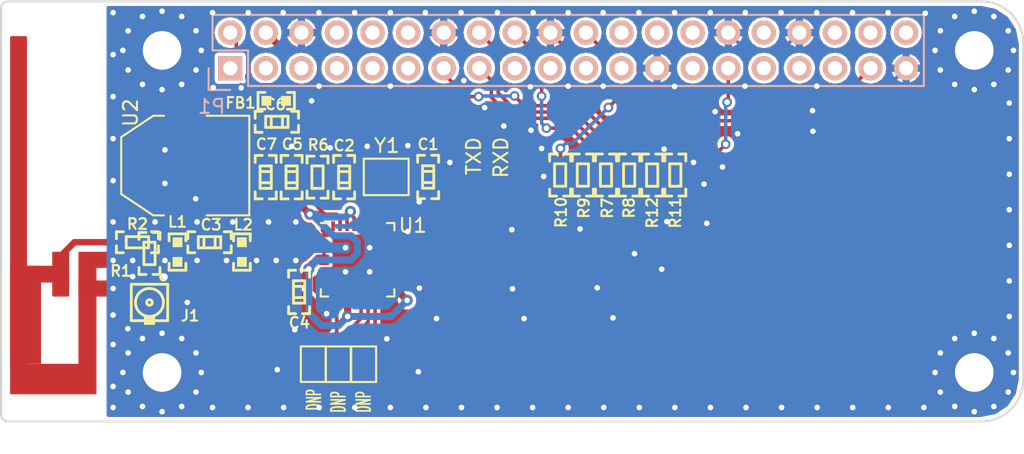
<source format=kicad_pcb>
(kicad_pcb (version 4) (host pcbnew 4.0.1-3.201512221401+6198~38~ubuntu15.10.1-stable)
  (title_block (title WiFiPiPants) (date 2015-12-31) (rev v0.2))
  (layers (0 F.Cu signal) (31 B.Cu signal) (34 B.Paste user) (35 F.Paste user) (36 B.SilkS user) (37 F.SilkS user) (38 B.Mask user) (39 F.Mask user) (44 Edge.Cuts user))
  (net 0 "")
  (net 1 GND)
  (net 2 /50ohm_ant)
  (net 3 "Net-(C1-Pad1)")
  (net 4 /50ohm_LNA)
  (net 5 /50ohm_filt)
  (net 6 +3V3)
  (net 7 +5V)
  (net 8 /50ohm_ufl)
  (net 9 SD_D3)
  (net 10 SD_CLK)
  (net 11 SD_CMD)
  (net 12 SD_D0)
  (net 13 SD_D1)
  (net 14 GPIO5)
  (net 15 SD_D2)
  (net 16 "Net-(R3-Pad1)")
  (net 17 "Net-(R6-Pad2)")
  (net 18 "Net-(R7-Pad2)")
  (net 19 "Net-(R8-Pad2)")
  (net 20 "Net-(R9-Pad2)")
  (net 21 "Net-(R10-Pad2)")
  (net 22 /5V_filt)
  (net 23 "Net-(C2-Pad1)")
  (net 24 "Net-(R4-Pad1)")
  (net 25 "Net-(R5-Pad1)")
  (net 26 "Net-(R11-Pad2)")
  (net 27 "Net-(R12-Pad2)")
  (net 28 "Net-(U1-Pad25)")
  (net 29 "Net-(U1-Pad26)")
  (module esp_hat:NPTH_Hole_2_75mm (layer F.Cu) (at 126.5 88.5)
    (fp_text reference W6 hide)
    (fp_text value MOUNT)
    (pad 1 thru_hole circle (at 0 0) (size 2.75 2.75) (drill 2.75) (layers *.Cu *.Mask F.SilkS) (net 1 GND) (clearance 0.2))
    (pad 1 thru_hole circle (at -2.8 0) (size 0.69 0.69) (drill 0.4) (layers *.Cu) (net 1 GND))
    (pad 1 thru_hole circle (at -2.424871 1.4 30) (size 0.69 0.69) (drill 0.4) (layers *.Cu) (net 1 GND))
    (pad 1 thru_hole circle (at -1.4 2.424871 60) (size 0.69 0.69) (drill 0.4) (layers *.Cu) (net 1 GND))
    (pad 1 thru_hole circle (at 0 2.8 90) (size 0.69 0.69) (drill 0.4) (layers *.Cu) (net 1 GND))
    (pad 1 thru_hole circle (at 1.4 2.424871 120) (size 0.69 0.69) (drill 0.4) (layers *.Cu) (net 1 GND))
    (pad 1 thru_hole circle (at 2.424871 1.4 150) (size 0.69 0.69) (drill 0.4) (layers *.Cu) (net 1 GND))
    (pad 1 thru_hole circle (at 2.8 0 180) (size 0.69 0.69) (drill 0.4) (layers *.Cu) (net 1 GND))
    (pad 1 thru_hole circle (at 2.424871 -1.4 210) (size 0.69 0.69) (drill 0.4) (layers *.Cu) (net 1 GND))
    (pad 1 thru_hole circle (at 1.4 -2.424871 240) (size 0.69 0.69) (drill 0.4) (layers *.Cu) (net 1 GND))
    (pad 1 thru_hole circle (at 0 -2.8 270) (size 0.69 0.69) (drill 0.4) (layers *.Cu) (net 1 GND))
    (pad 1 thru_hole circle (at -1.4 -2.424871 300) (size 0.69 0.69) (drill 0.4) (layers *.Cu) (net 1 GND))
    (pad 1 thru_hole circle (at -2.424871 -1.4 330) (size 0.69 0.69) (drill 0.4) (layers *.Cu) (net 1 GND))
  )
  (module esp_hat:VIA_0.40mm (layer F.Cu) (at 129 92.26)
    (fp_text reference REF**21117 hide)
    (fp_text value VIA_0.40mm hide)
    (pad 1 thru_hole circle (at 0 0) (size 0.69 0.69) (drill 0.4) (layers *.Cu) (net 1 GND))
  )
  (module esp_hat:VIA_0.40mm (layer F.Cu) (at 129 94.8)
    (fp_text reference REF**21116 hide)
    (fp_text value VIA_0.40mm hide)
    (pad 1 thru_hole circle (at 0 0) (size 0.69 0.69) (drill 0.4) (layers *.Cu) (net 1 GND))
  )
  (module esp_hat:VIA_0.40mm (layer F.Cu) (at 129 97.34)
    (fp_text reference REF**21115 hide)
    (fp_text value VIA_0.40mm hide)
    (pad 1 thru_hole circle (at 0 0) (size 0.69 0.69) (drill 0.4) (layers *.Cu) (net 1 GND))
  )
  (module esp_hat:VIA_0.40mm (layer F.Cu) (at 129 99.88)
    (fp_text reference REF**21114 hide)
    (fp_text value VIA_0.40mm hide)
    (pad 1 thru_hole circle (at 0 0) (size 0.69 0.69) (drill 0.4) (layers *.Cu) (net 1 GND))
  )
  (module esp_hat:VIA_0.40mm (layer F.Cu) (at 129 102.42)
    (fp_text reference REF**21113 hide)
    (fp_text value VIA_0.40mm hide)
    (pad 1 thru_hole circle (at 0 0) (size 0.69 0.69) (drill 0.4) (layers *.Cu) (net 1 GND))
  )
  (module esp_hat:VIA_0.40mm (layer F.Cu) (at 129 104.96)
    (fp_text reference REF**21112 hide)
    (fp_text value VIA_0.40mm hide)
    (pad 1 thru_hole circle (at 0 0) (size 0.69 0.69) (drill 0.4) (layers *.Cu) (net 1 GND))
  )
  (module esp_hat:VIA_0.40mm (layer F.Cu) (at 129 107.5)
    (fp_text reference REF**21111 hide)
    (fp_text value VIA_0.40mm hide)
    (pad 1 thru_hole circle (at 0 0) (size 0.69 0.69) (drill 0.4) (layers *.Cu) (net 1 GND))
  )
  (module esp_hat:VIA_0.40mm (layer F.Cu) (at 72.1 114)
    (fp_text reference REF**221 hide)
    (fp_text value VIA_0.40mm hide)
    (pad 1 thru_hole circle (at 0 0) (size 0.69 0.69) (drill 0.4) (layers *.Cu) (net 1 GND))
  )
  (module esp_hat:NPTH_Hole_2_75mm (layer F.Cu) (at 126.5 111.5)
    (fp_text reference W5 hide)
    (fp_text value MOUNT)
    (pad 1 thru_hole circle (at 0 0) (size 2.75 2.75) (drill 2.75) (layers *.Cu *.Mask F.SilkS) (net 1 GND) (clearance 0.2))
    (pad 1 thru_hole circle (at -2.8 0) (size 0.69 0.69) (drill 0.4) (layers *.Cu) (net 1 GND))
    (pad 1 thru_hole circle (at -2.424871 1.4 30) (size 0.69 0.69) (drill 0.4) (layers *.Cu) (net 1 GND))
    (pad 1 thru_hole circle (at -1.4 2.424871 60) (size 0.69 0.69) (drill 0.4) (layers *.Cu) (net 1 GND))
    (pad 1 thru_hole circle (at 0 2.8 90) (size 0.69 0.69) (drill 0.4) (layers *.Cu) (net 1 GND))
    (pad 1 thru_hole circle (at 1.4 2.424871 120) (size 0.69 0.69) (drill 0.4) (layers *.Cu) (net 1 GND))
    (pad 1 thru_hole circle (at 2.424871 1.4 150) (size 0.69 0.69) (drill 0.4) (layers *.Cu) (net 1 GND))
    (pad 1 thru_hole circle (at 2.8 0 180) (size 0.69 0.69) (drill 0.4) (layers *.Cu) (net 1 GND))
    (pad 1 thru_hole circle (at 2.424871 -1.4 210) (size 0.69 0.69) (drill 0.4) (layers *.Cu) (net 1 GND))
    (pad 1 thru_hole circle (at 1.4 -2.424871 240) (size 0.69 0.69) (drill 0.4) (layers *.Cu) (net 1 GND))
    (pad 1 thru_hole circle (at 0 -2.8 270) (size 0.69 0.69) (drill 0.4) (layers *.Cu) (net 1 GND))
    (pad 1 thru_hole circle (at -1.4 -2.424871 300) (size 0.69 0.69) (drill 0.4) (layers *.Cu) (net 1 GND))
    (pad 1 thru_hole circle (at -2.424871 -1.4 330) (size 0.69 0.69) (drill 0.4) (layers *.Cu) (net 1 GND))
  )
  (module esp_hat:VIA_0.40mm (layer F.Cu) (at 122.9 114)
    (fp_text reference REF**211 hide)
    (fp_text value VIA_0.40mm hide)
    (pad 1 thru_hole circle (at 0 0) (size 0.69 0.69) (drill 0.4) (layers *.Cu) (net 1 GND))
  )
  (module esp_hat:VIA_0.40mm (layer F.Cu) (at 120.36 114)
    (fp_text reference REF**201 hide)
    (fp_text value VIA_0.40mm hide)
    (pad 1 thru_hole circle (at 0 0) (size 0.69 0.69) (drill 0.4) (layers *.Cu) (net 1 GND))
  )
  (module esp_hat:VIA_0.40mm (layer F.Cu) (at 117.82 114)
    (fp_text reference REF**191 hide)
    (fp_text value VIA_0.40mm hide)
    (pad 1 thru_hole circle (at 0 0) (size 0.69 0.69) (drill 0.4) (layers *.Cu) (net 1 GND))
  )
  (module esp_hat:VIA_0.40mm (layer F.Cu) (at 115.28 114)
    (fp_text reference REF**181 hide)
    (fp_text value VIA_0.40mm hide)
    (pad 1 thru_hole circle (at 0 0) (size 0.69 0.69) (drill 0.4) (layers *.Cu) (net 1 GND))
  )
  (module esp_hat:VIA_0.40mm (layer F.Cu) (at 112.74 114)
    (fp_text reference REF**171 hide)
    (fp_text value VIA_0.40mm hide)
    (pad 1 thru_hole circle (at 0 0) (size 0.69 0.69) (drill 0.4) (layers *.Cu) (net 1 GND))
  )
  (module esp_hat:VIA_0.40mm (layer F.Cu) (at 110.2 114)
    (fp_text reference REF**161 hide)
    (fp_text value VIA_0.40mm hide)
    (pad 1 thru_hole circle (at 0 0) (size 0.69 0.69) (drill 0.4) (layers *.Cu) (net 1 GND))
  )
  (module esp_hat:VIA_0.40mm (layer F.Cu) (at 107.66 114)
    (fp_text reference REF**151 hide)
    (fp_text value VIA_0.40mm hide)
    (pad 1 thru_hole circle (at 0 0) (size 0.69 0.69) (drill 0.4) (layers *.Cu) (net 1 GND))
  )
  (module esp_hat:VIA_0.40mm (layer F.Cu) (at 105.12 114)
    (fp_text reference REF**141 hide)
    (fp_text value VIA_0.40mm hide)
    (pad 1 thru_hole circle (at 0 0) (size 0.69 0.69) (drill 0.4) (layers *.Cu) (net 1 GND))
  )
  (module esp_hat:VIA_0.40mm (layer F.Cu) (at 102.58 114)
    (fp_text reference REF**131 hide)
    (fp_text value VIA_0.40mm hide)
    (pad 1 thru_hole circle (at 0 0) (size 0.69 0.69) (drill 0.4) (layers *.Cu) (net 1 GND))
  )
  (module esp_hat:VIA_0.40mm (layer F.Cu) (at 100.04 114)
    (fp_text reference REF**121 hide)
    (fp_text value VIA_0.40mm hide)
    (pad 1 thru_hole circle (at 0 0) (size 0.69 0.69) (drill 0.4) (layers *.Cu) (net 1 GND))
  )
  (module esp_hat:VIA_0.40mm (layer F.Cu) (at 97.5 114)
    (fp_text reference REF**111 hide)
    (fp_text value VIA_0.40mm hide)
    (pad 1 thru_hole circle (at 0 0) (size 0.69 0.69) (drill 0.4) (layers *.Cu) (net 1 GND))
  )
  (module esp_hat:VIA_0.40mm (layer F.Cu) (at 94.96 114)
    (fp_text reference REF**101 hide)
    (fp_text value VIA_0.40mm hide)
    (pad 1 thru_hole circle (at 0 0) (size 0.69 0.69) (drill 0.4) (layers *.Cu) (net 1 GND))
  )
  (module esp_hat:VIA_0.40mm (layer F.Cu) (at 92.42 114)
    (fp_text reference REF**91 hide)
    (fp_text value VIA_0.40mm hide)
    (pad 1 thru_hole circle (at 0 0) (size 0.69 0.69) (drill 0.4) (layers *.Cu) (net 1 GND))
  )
  (module esp_hat:VIA_0.40mm (layer F.Cu) (at 89.88 114)
    (fp_text reference REF**81 hide)
    (fp_text value VIA_0.40mm hide)
    (pad 1 thru_hole circle (at 0 0) (size 0.69 0.69) (drill 0.4) (layers *.Cu) (net 1 GND))
  )
  (module esp_hat:VIA_0.40mm (layer F.Cu) (at 87.34 114)
    (fp_text reference REF**71 hide)
    (fp_text value VIA_0.40mm hide)
    (pad 1 thru_hole circle (at 0 0) (size 0.69 0.69) (drill 0.4) (layers *.Cu) (net 1 GND))
  )
  (module esp_hat:VIA_0.40mm (layer F.Cu) (at 84.8 114)
    (fp_text reference REF**61 hide)
    (fp_text value VIA_0.40mm hide)
    (pad 1 thru_hole circle (at 0 0) (size 0.69 0.69) (drill 0.4) (layers *.Cu) (net 1 GND))
  )
  (module esp_hat:VIA_0.40mm (layer F.Cu) (at 82.26 114)
    (fp_text reference REF**51 hide)
    (fp_text value VIA_0.40mm hide)
    (pad 1 thru_hole circle (at 0 0) (size 0.69 0.69) (drill 0.4) (layers *.Cu) (net 1 GND))
  )
  (module esp_hat:VIA_0.40mm (layer F.Cu) (at 79.72 114)
    (fp_text reference REF**41 hide)
    (fp_text value VIA_0.40mm hide)
    (pad 1 thru_hole circle (at 0 0) (size 0.69 0.69) (drill 0.4) (layers *.Cu) (net 1 GND))
  )
  (module esp_hat:VIA_0.40mm (layer F.Cu) (at 77.18 114)
    (fp_text reference REF**31 hide)
    (fp_text value VIA_0.40mm hide)
    (pad 1 thru_hole circle (at 0 0) (size 0.69 0.69) (drill 0.4) (layers *.Cu) (net 1 GND))
  )
  (module esp_hat:VIA_0.40mm (layer F.Cu) (at 74.64 114)
    (fp_text reference REF**211 hide)
    (fp_text value VIA_0.40mm hide)
    (pad 1 thru_hole circle (at 0 0) (size 0.69 0.69) (drill 0.4) (layers *.Cu) (net 1 GND))
  )
  (module esp_hat:VIA_0.40mm (layer F.Cu) (at 65 114)
    (fp_text reference REF**4 hide)
    (fp_text value VIA_0.40mm hide)
    (pad 1 thru_hole circle (at 0 0) (size 0.69 0.69) (drill 0.4) (layers *.Cu) (net 1 GND))
  )
  (module esp_hat:VIA_0.40mm (layer F.Cu) (at 66.05 108.375)
    (fp_text reference REF**2 hide)
    (fp_text value VIA_0.40mm hide)
    (pad 1 thru_hole circle (at 0 0) (size 0.69 0.69) (drill 0.4) (layers *.Cu) (net 1 GND))
  )
  (module esp_hat:VIA_0.40mm (layer B.Cu) (at 65 105.5)
    (fp_text reference REF**1 hide)
    (fp_text value VIA_0.40mm hide)
    (pad 1 thru_hole circle (at 0 0) (size 0.69 0.69) (drill 0.4) (layers *.Cu) (net 1 GND))
  )
  (module esp_hat:VIA_0.40mm (layer F.Cu) (at 123 85.85)
    (fp_text reference REF**1 hide)
    (fp_text value VIA_0.40mm hide)
    (pad 1 thru_hole circle (at 0 0) (size 0.69 0.69) (drill 0.4) (layers *.Cu) (net 1 GND))
  )
  (module esp_hat:VIA_0.40mm (layer F.Cu) (at 120.35 85.8)
    (fp_text reference REF**1 hide)
    (fp_text value VIA_0.40mm hide)
    (pad 1 thru_hole circle (at 0 0) (size 0.69 0.69) (drill 0.4) (layers *.Cu) (net 1 GND))
  )
  (module esp_hat:VIA_0.40mm (layer F.Cu) (at 117.8 85.8)
    (fp_text reference REF**1 hide)
    (fp_text value VIA_0.40mm hide)
    (pad 1 thru_hole circle (at 0 0) (size 0.69 0.69) (drill 0.4) (layers *.Cu) (net 1 GND))
  )
  (module esp_hat:VIA_0.40mm (layer F.Cu) (at 115.25 85.8)
    (fp_text reference REF**1 hide)
    (fp_text value VIA_0.40mm hide)
    (pad 1 thru_hole circle (at 0 0) (size 0.69 0.69) (drill 0.4) (layers *.Cu) (net 1 GND))
  )
  (module esp_hat:VIA_0.40mm (layer F.Cu) (at 112.7 85.8)
    (fp_text reference REF**1 hide)
    (fp_text value VIA_0.40mm hide)
    (pad 1 thru_hole circle (at 0 0) (size 0.69 0.69) (drill 0.4) (layers *.Cu) (net 1 GND))
  )
  (module esp_hat:VIA_0.40mm (layer F.Cu) (at 110.15 85.8)
    (fp_text reference REF**1 hide)
    (fp_text value VIA_0.40mm hide)
    (pad 1 thru_hole circle (at 0 0) (size 0.69 0.69) (drill 0.4) (layers *.Cu) (net 1 GND))
  )
  (module esp_hat:VIA_0.40mm (layer F.Cu) (at 107.65 85.8)
    (fp_text reference REF**1 hide)
    (fp_text value VIA_0.40mm hide)
    (pad 1 thru_hole circle (at 0 0) (size 0.69 0.69) (drill 0.4) (layers *.Cu) (net 1 GND))
  )
  (module esp_hat:VIA_0.40mm (layer F.Cu) (at 105.1 85.8)
    (fp_text reference REF**1 hide)
    (fp_text value VIA_0.40mm hide)
    (pad 1 thru_hole circle (at 0 0) (size 0.69 0.69) (drill 0.4) (layers *.Cu) (net 1 GND))
  )
  (module esp_hat:VIA_0.40mm (layer F.Cu) (at 102.55 85.8)
    (fp_text reference REF**1 hide)
    (fp_text value VIA_0.40mm hide)
    (pad 1 thru_hole circle (at 0 0) (size 0.69 0.69) (drill 0.4) (layers *.Cu) (net 1 GND))
  )
  (module esp_hat:VIA_0.40mm (layer F.Cu) (at 100 85.8)
    (fp_text reference REF**1 hide)
    (fp_text value VIA_0.40mm hide)
    (pad 1 thru_hole circle (at 0 0) (size 0.69 0.69) (drill 0.4) (layers *.Cu) (net 1 GND))
  )
  (module esp_hat:VIA_0.40mm (layer F.Cu) (at 97.5 85.8)
    (fp_text reference REF**1 hide)
    (fp_text value VIA_0.40mm hide)
    (pad 1 thru_hole circle (at 0 0) (size 0.69 0.69) (drill 0.4) (layers *.Cu) (net 1 GND))
  )
  (module esp_hat:VIA_0.40mm (layer F.Cu) (at 95 85.8)
    (fp_text reference REF**1 hide)
    (fp_text value VIA_0.40mm hide)
    (pad 1 thru_hole circle (at 0 0) (size 0.69 0.69) (drill 0.4) (layers *.Cu) (net 1 GND))
  )
  (module esp_hat:VIA_0.40mm (layer F.Cu) (at 92.45 85.8)
    (fp_text reference REF**1 hide)
    (fp_text value VIA_0.40mm hide)
    (pad 1 thru_hole circle (at 0 0) (size 0.69 0.69) (drill 0.4) (layers *.Cu) (net 1 GND))
  )
  (module esp_hat:VIA_0.40mm (layer F.Cu) (at 89.85 85.8)
    (fp_text reference REF**1 hide)
    (fp_text value VIA_0.40mm hide)
    (pad 1 thru_hole circle (at 0 0) (size 0.69 0.69) (drill 0.4) (layers *.Cu) (net 1 GND))
  )
  (module esp_hat:VIA_0.40mm (layer F.Cu) (at 87.3 85.8)
    (fp_text reference REF**1 hide)
    (fp_text value VIA_0.40mm hide)
    (pad 1 thru_hole circle (at 0 0) (size 0.69 0.69) (drill 0.4) (layers *.Cu) (net 1 GND))
  )
  (module esp_hat:VIA_0.40mm (layer F.Cu) (at 84.8 85.8)
    (fp_text reference REF**1 hide)
    (fp_text value VIA_0.40mm hide)
    (pad 1 thru_hole circle (at 0 0) (size 0.69 0.69) (drill 0.4) (layers *.Cu) (net 1 GND))
  )
  (module esp_hat:VIA_0.40mm (layer F.Cu) (at 82.25 85.8)
    (fp_text reference REF**1 hide)
    (fp_text value VIA_0.40mm hide)
    (pad 1 thru_hole circle (at 0 0) (size 0.69 0.69) (drill 0.4) (layers *.Cu) (net 1 GND))
  )
  (module esp_hat:VIA_0.40mm (layer F.Cu) (at 79.7 85.8)
    (fp_text reference REF**1 hide)
    (fp_text value VIA_0.40mm hide)
    (pad 1 thru_hole circle (at 0 0) (size 0.69 0.69) (drill 0.4) (layers *.Cu) (net 1 GND))
  )
  (module esp_hat:VIA_0.40mm (layer F.Cu) (at 77.15 85.8)
    (fp_text reference REF**1 hide)
    (fp_text value VIA_0.40mm hide)
    (pad 1 thru_hole circle (at 0 0) (size 0.69 0.69) (drill 0.4) (layers *.Cu) (net 1 GND))
  )
  (module esp_hat:VIA_0.40mm (layer F.Cu) (at 74.65 85.8)
    (fp_text reference REF**1 hide)
    (fp_text value VIA_0.40mm hide)
    (pad 1 thru_hole circle (at 0 0) (size 0.69 0.69) (drill 0.4) (layers *.Cu) (net 1 GND))
  )
  (module esp_hat:VIA_0.40mm (layer F.Cu) (at 72.1 85.8)
    (fp_text reference REF**1 hide)
    (fp_text value VIA_0.40mm hide)
    (pad 1 thru_hole circle (at 0 0) (size 0.69 0.69) (drill 0.4) (layers *.Cu) (net 1 GND))
  )
  (module esp_hat:VIA_0.40mm (layer F.Cu) (at 76.65 103.5)
    (fp_text reference REF**1 hide)
    (fp_text value VIA_0.40mm hide)
    (pad 1 thru_hole circle (at 0 0) (size 0.69 0.69) (drill 0.4) (layers *.Cu) (net 1 GND))
  )
  (module esp_hat:NPTH_Hole_2_75mm (layer F.Cu) (at 68.5 88.5)
    (fp_text reference W3 hide)
    (fp_text value MOUNT)
    (pad 1 thru_hole circle (at 0 0) (size 2.75 2.75) (drill 2.75) (layers *.Cu *.Mask F.SilkS) (net 1 GND) (clearance 0.2))
    (pad 1 thru_hole circle (at -2.8 0) (size 0.69 0.69) (drill 0.4) (layers *.Cu) (net 1 GND))
    (pad 1 thru_hole circle (at -2.424871 1.4 30) (size 0.69 0.69) (drill 0.4) (layers *.Cu) (net 1 GND))
    (pad 1 thru_hole circle (at -1.4 2.424871 60) (size 0.69 0.69) (drill 0.4) (layers *.Cu) (net 1 GND))
    (pad 1 thru_hole circle (at 0 2.8 90) (size 0.69 0.69) (drill 0.4) (layers *.Cu) (net 1 GND))
    (pad 1 thru_hole circle (at 1.4 2.424871 120) (size 0.69 0.69) (drill 0.4) (layers *.Cu) (net 1 GND))
    (pad 1 thru_hole circle (at 2.424871 1.4 150) (size 0.69 0.69) (drill 0.4) (layers *.Cu) (net 1 GND))
    (pad 1 thru_hole circle (at 2.8 0 180) (size 0.69 0.69) (drill 0.4) (layers *.Cu) (net 1 GND))
    (pad 1 thru_hole circle (at 2.424871 -1.4 210) (size 0.69 0.69) (drill 0.4) (layers *.Cu) (net 1 GND))
    (pad 1 thru_hole circle (at 1.4 -2.424871 240) (size 0.69 0.69) (drill 0.4) (layers *.Cu) (net 1 GND))
    (pad 1 thru_hole circle (at 0 -2.8 270) (size 0.69 0.69) (drill 0.4) (layers *.Cu) (net 1 GND))
    (pad 1 thru_hole circle (at -1.4 -2.424871 300) (size 0.69 0.69) (drill 0.4) (layers *.Cu) (net 1 GND))
    (pad 1 thru_hole circle (at -2.424871 -1.4 330) (size 0.69 0.69) (drill 0.4) (layers *.Cu) (net 1 GND))
  )
  (module "mcuos:0603(1608m)-CHIP-CAP" (layer F.Cu) (at 77.75 97.55 90)
    (fp_text reference C5 (at 2.35 0.05 360) (layer F.SilkS) (effects (font (size 0.762 0.762) (thickness 0.1524))))
    (fp_text value 0.1uF hide)
    (pad 1 smd rect (at -0.8 0 90) (size 0.95 1) (layers F.Cu F.Paste F.Mask) (net 6 +3V3))
    (pad 2 smd rect (at 0.8 0 90) (size 0.95 1) (layers F.Cu F.Paste F.Mask) (net 1 GND))
  )
  (module Crystals:crystal_FA238-TSX3225 (layer F.Cu) (at 84.5067 97.53412 180)
    (fp_text reference Y1 (at -0.0433 2.23412 180) (layer F.SilkS))
    (fp_text value 26MHz)
    (pad 1 smd rect (at -1.1 0.8 180) (size 1.4 1.2) (layers F.Cu F.Paste F.Mask) (net 3 "Net-(C1-Pad1)"))
    (pad 3 smd rect (at 1.1 0.8 180) (size 1.4 1.2) (layers F.Cu F.Paste F.Mask))
    (pad 3 smd rect (at -1.1 -0.8 180) (size 1.4 1.2) (layers F.Cu F.Paste F.Mask))
    (pad 2 smd rect (at 1.1 -0.8 180) (size 1.4 1.2) (layers F.Cu F.Paste F.Mask) (net 23 "Net-(C2-Pad1)"))
  )
  (module esp_hat:VIA_0.40mm (layer F.Cu) (at 66.4 104.65)
    (fp_text reference REF**2 hide)
    (fp_text value VIA_0.40mm hide)
    (pad 1 thru_hole circle (at 0 0) (size 0.69 0.69) (drill 0.4) (layers *.Cu) (net 1 GND))
  )
  (module esp_hat:VIA_0.40mm (layer F.Cu) (at 68.7 104.65)
    (fp_text reference REF**2 hide)
    (fp_text value VIA_0.40mm hide)
    (pad 1 thru_hole circle (at 0 0) (size 0.69 0.69) (drill 0.4) (layers *.Cu) (net 1 GND))
  )
  (module esp_hat:VIA_0.40mm (layer F.Cu) (at 70.3 106.5)
    (fp_text reference REF**2 hide)
    (fp_text value VIA_0.40mm hide)
    (pad 1 thru_hole circle (at 0 0) (size 0.69 0.69) (drill 0.4) (layers *.Cu) (net 1 GND))
  )
  (module esp_hat:VIA_0.40mm (layer F.Cu) (at 65 112.5)
    (fp_text reference REF**4 hide)
    (fp_text value VIA_0.40mm hide)
    (pad 1 thru_hole circle (at 0 0) (size 0.69 0.69) (drill 0.4) (layers *.Cu) (net 1 GND))
  )
  (module esp_hat:VIA_0.40mm (layer F.Cu) (at 65 109.5)
    (fp_text reference REF**3 hide)
    (fp_text value VIA_0.40mm hide)
    (pad 1 thru_hole circle (at 0 0) (size 0.69 0.69) (drill 0.4) (layers *.Cu) (net 1 GND))
  )
  (module esp_hat:VIA_0.40mm (layer F.Cu) (at 65 107.4)
    (fp_text reference REF**2 hide)
    (fp_text value VIA_0.40mm hide)
    (pad 1 thru_hole circle (at 0 0) (size 0.69 0.69) (drill 0.4) (layers *.Cu) (net 1 GND))
  )
  (module esp_hat:VIA_0.40mm (layer F.Cu) (at 78.05 100.75)
    (fp_text reference REF**1 hide)
    (fp_text value VIA_0.40mm hide)
    (pad 1 thru_hole circle (at 0 0) (size 0.69 0.69) (drill 0.4) (layers *.Cu) (net 1 GND))
  )
  (module esp_hat:VIA_0.40mm (layer F.Cu) (at 78.05 103.5)
    (fp_text reference REF**1 hide)
    (fp_text value VIA_0.40mm hide)
    (pad 1 thru_hole circle (at 0 0) (size 0.69 0.69) (drill 0.4) (layers *.Cu) (net 1 GND))
  )
  (module esp_hat:VIA_0.40mm (layer F.Cu) (at 75.25 103.5)
    (fp_text reference REF**1 hide)
    (fp_text value VIA_0.40mm hide)
    (pad 1 thru_hole circle (at 0 0) (size 0.69 0.69) (drill 0.4) (layers *.Cu) (net 1 GND))
  )
  (module esp_hat:VIA_0.40mm (layer F.Cu) (at 73.1 103.5)
    (fp_text reference REF**1 hide)
    (fp_text value VIA_0.40mm hide)
    (pad 1 thru_hole circle (at 0 0) (size 0.69 0.69) (drill 0.4) (layers *.Cu) (net 1 GND))
  )
  (module esp_hat:VIA_0.40mm (layer F.Cu) (at 71 103.5)
    (fp_text reference REF**1 hide)
    (fp_text value VIA_0.40mm hide)
    (pad 1 thru_hole circle (at 0 0) (size 0.69 0.69) (drill 0.4) (layers *.Cu) (net 1 GND))
  )
  (module esp_hat:VIA_0.40mm (layer F.Cu) (at 68.7 103.5)
    (fp_text reference REF**1 hide)
    (fp_text value VIA_0.40mm hide)
    (pad 1 thru_hole circle (at 0 0) (size 0.69 0.69) (drill 0.4) (layers *.Cu) (net 1 GND))
  )
  (module esp_hat:VIA_0.40mm (layer F.Cu) (at 66.4 103.5)
    (fp_text reference REF**1 hide)
    (fp_text value VIA_0.40mm hide)
    (pad 1 thru_hole circle (at 0 0) (size 0.69 0.69) (drill 0.4) (layers *.Cu) (net 1 GND))
  )
  (module esp_hat:VIA_0.40mm (layer F.Cu) (at 65 103.5)
    (fp_text reference REF**1 hide)
    (fp_text value VIA_0.40mm hide)
    (pad 1 thru_hole circle (at 0 0) (size 0.69 0.69) (drill 0.4) (layers *.Cu) (net 1 GND))
  )
  (module esp_hat:VIA_0.40mm (layer F.Cu) (at 76.1 100.75)
    (fp_text reference REF**5 hide)
    (fp_text value VIA_0.40mm hide)
    (pad 1 thru_hole circle (at 0 0) (size 0.69 0.69) (drill 0.4) (layers *.Cu) (net 1 GND))
  )
  (module esp_hat:VIA_0.40mm (layer F.Cu) (at 73.55 100.75)
    (fp_text reference REF**4 hide)
    (fp_text value VIA_0.40mm hide)
    (pad 1 thru_hole circle (at 0 0) (size 0.69 0.69) (drill 0.4) (layers *.Cu) (net 1 GND))
  )
  (module esp_hat:VIA_0.40mm (layer F.Cu) (at 71 100.75)
    (fp_text reference REF**3 hide)
    (fp_text value VIA_0.40mm hide)
    (pad 1 thru_hole circle (at 0 0) (size 0.69 0.69) (drill 0.4) (layers *.Cu) (net 1 GND))
  )
  (module esp_hat:VIA_0.40mm (layer F.Cu) (at 68 100.75)
    (fp_text reference REF**2 hide)
    (fp_text value VIA_0.40mm hide)
    (pad 1 thru_hole circle (at 0 0) (size 0.69 0.69) (drill 0.4) (layers *.Cu) (net 1 GND))
  )
  (module esp_hat:VIA_0.40mm (layer F.Cu) (at 65 100.75)
    (fp_text reference REF**1 hide)
    (fp_text value VIA_0.40mm hide)
    (pad 1 thru_hole circle (at 0 0) (size 0.69 0.69) (drill 0.4) (layers *.Cu) (net 1 GND))
  )
  (module esp_hat:VIA_0.40mm (layer F.Cu) (at 65 97.8)
    (fp_text reference REF**5 hide)
    (fp_text value VIA_0.40mm hide)
    (pad 1 thru_hole circle (at 0 0) (size 0.69 0.69) (drill 0.4) (layers *.Cu) (net 1 GND))
  )
  (module esp_hat:VIA_0.40mm (layer F.Cu) (at 65 94.8)
    (fp_text reference REF**4 hide)
    (fp_text value VIA_0.40mm hide)
    (pad 1 thru_hole circle (at 0 0) (size 0.69 0.69) (drill 0.4) (layers *.Cu) (net 1 GND))
  )
  (module esp_hat:VIA_0.40mm (layer F.Cu) (at 65 91.8)
    (fp_text reference REF**3 hide)
    (fp_text value VIA_0.40mm hide)
    (pad 1 thru_hole circle (at 0 0) (size 0.69 0.69) (drill 0.4) (layers *.Cu) (net 1 GND))
  )
  (module esp_hat:VIA_0.40mm (layer F.Cu) (at 65 88.8)
    (fp_text reference REF**2 hide)
    (fp_text value VIA_0.40mm hide)
    (pad 1 thru_hole circle (at 0 0) (size 0.69 0.69) (drill 0.4) (layers *.Cu) (net 1 GND))
  )
  (module Housings_DFN_QFN:QFN-32-1EP_5x5mm_Pitch0.5mm (layer F.Cu) (at 82.4608 103.45)
    (fp_text reference U1 (at 3.9392 -2.45) (layer F.SilkS))
    (fp_text value ESP8266EX)
    (pad 1 smd rect (at -2.4 -1.75) (size 0.7 0.25) (layers F.Cu F.Paste F.Mask) (net 6 +3V3))
    (pad 2 smd rect (at -2.4 -1.25) (size 0.7 0.25) (layers F.Cu F.Paste F.Mask) (net 4 /50ohm_LNA))
    (pad 3 smd rect (at -2.4 -0.75) (size 0.7 0.25) (layers F.Cu F.Paste F.Mask) (net 6 +3V3))
    (pad 4 smd rect (at -2.4 -0.25) (size 0.7 0.25) (layers F.Cu F.Paste F.Mask) (net 6 +3V3))
    (pad 5 smd rect (at -2.4 0.25) (size 0.7 0.25) (layers F.Cu F.Paste F.Mask))
    (pad 6 smd rect (at -2.4 0.75) (size 0.7 0.25) (layers F.Cu F.Paste F.Mask))
    (pad 7 smd rect (at -2.4 1.25) (size 0.7 0.25) (layers F.Cu F.Paste F.Mask) (net 14 GPIO5))
    (pad 8 smd rect (at -2.4 1.75) (size 0.7 0.25) (layers F.Cu F.Paste F.Mask))
    (pad 9 smd rect (at -1.75 2.4 90) (size 0.7 0.25) (layers F.Cu F.Paste F.Mask))
    (pad 10 smd rect (at -1.25 2.4 90) (size 0.7 0.25) (layers F.Cu F.Paste F.Mask))
    (pad 11 smd rect (at -0.75 2.4 90) (size 0.7 0.25) (layers F.Cu F.Paste F.Mask) (net 6 +3V3))
    (pad 12 smd rect (at -0.25 2.4 90) (size 0.7 0.25) (layers F.Cu F.Paste F.Mask))
    (pad 13 smd rect (at 0.25 2.4 90) (size 0.7 0.25) (layers F.Cu F.Paste F.Mask) (net 16 "Net-(R3-Pad1)"))
    (pad 14 smd rect (at 0.75 2.4 90) (size 0.7 0.25) (layers F.Cu F.Paste F.Mask) (net 24 "Net-(R4-Pad1)"))
    (pad 15 smd rect (at 1.25 2.4 90) (size 0.7 0.25) (layers F.Cu F.Paste F.Mask) (net 25 "Net-(R5-Pad1)"))
    (pad 16 smd rect (at 1.75 2.4 90) (size 0.7 0.25) (layers F.Cu F.Paste F.Mask))
    (pad 17 smd rect (at 2.4 1.75) (size 0.7 0.25) (layers F.Cu F.Paste F.Mask) (net 6 +3V3))
    (pad 18 smd rect (at 2.4 1.25) (size 0.7 0.25) (layers F.Cu F.Paste F.Mask) (net 26 "Net-(R11-Pad2)"))
    (pad 19 smd rect (at 2.4 0.75) (size 0.7 0.25) (layers F.Cu F.Paste F.Mask) (net 27 "Net-(R12-Pad2)"))
    (pad 20 smd rect (at 2.4 0.25) (size 0.7 0.25) (layers F.Cu F.Paste F.Mask) (net 19 "Net-(R8-Pad2)"))
    (pad 21 smd rect (at 2.4 -0.25) (size 0.7 0.25) (layers F.Cu F.Paste F.Mask) (net 18 "Net-(R7-Pad2)"))
    (pad 22 smd rect (at 2.4 -0.75) (size 0.7 0.25) (layers F.Cu F.Paste F.Mask) (net 20 "Net-(R9-Pad2)"))
    (pad 23 smd rect (at 2.4 -1.25) (size 0.7 0.25) (layers F.Cu F.Paste F.Mask) (net 21 "Net-(R10-Pad2)"))
    (pad 24 smd rect (at 2.4 -1.75) (size 0.7 0.25) (layers F.Cu F.Paste F.Mask))
    (pad 25 smd rect (at 1.75 -2.4 90) (size 0.7 0.25) (layers F.Cu F.Paste F.Mask) (net 28 "Net-(U1-Pad25)"))
    (pad 26 smd rect (at 1.25 -2.4 90) (size 0.7 0.25) (layers F.Cu F.Paste F.Mask) (net 29 "Net-(U1-Pad26)"))
    (pad 27 smd rect (at 0.75 -2.4 90) (size 0.7 0.25) (layers F.Cu F.Paste F.Mask) (net 3 "Net-(C1-Pad1)"))
    (pad 28 smd rect (at 0.25 -2.4 90) (size 0.7 0.25) (layers F.Cu F.Paste F.Mask) (net 23 "Net-(C2-Pad1)"))
    (pad 29 smd rect (at -0.25 -2.4 90) (size 0.7 0.25) (layers F.Cu F.Paste F.Mask) (net 6 +3V3))
    (pad 30 smd rect (at -0.75 -2.4 90) (size 0.7 0.25) (layers F.Cu F.Paste F.Mask) (net 6 +3V3))
    (pad 31 smd rect (at -1.25 -2.4 90) (size 0.7 0.25) (layers F.Cu F.Paste F.Mask) (net 17 "Net-(R6-Pad2)"))
    (pad 32 smd rect (at -1.75 -2.4 90) (size 0.7 0.25) (layers F.Cu F.Paste F.Mask))
    (pad 33 smd rect (at 0.8625 0.8625) (size 1.725 1.725) (layers F.Cu F.Paste F.Mask) (net 1 GND))
    (pad 33 smd rect (at 0.8625 -0.8625) (size 1.725 1.725) (layers F.Cu F.Paste F.Mask) (net 1 GND))
    (pad 33 smd rect (at -0.8625 0.8625) (size 1.725 1.725) (layers F.Cu F.Paste F.Mask) (net 1 GND))
    (pad 33 smd rect (at -0.8625 -0.8625) (size 1.725 1.725) (layers F.Cu F.Paste F.Mask) (net 1 GND))
  )
  (module "mcuos:0603(1608m)" (layer F.Cu) (at 76.65 92.1 180)
    (fp_text reference FB1 (at 2.55 -0.15 180) (layer F.SilkS) (effects (font (size 0.762 0.762) (thickness 0.1524))))
    (fp_text value FILTER hide)
    (pad 1 smd rect (at -0.7 0 180) (size 0.7 0.7) (layers F.Cu F.Paste F.SilkS F.Mask) (net 7 +5V))
    (pad 2 smd rect (at 0.7 0 180) (size 0.7 0.7) (layers F.Cu F.Paste F.SilkS F.Mask) (net 22 /5V_filt))
  )
  (module "mcuos:0603(1608m)" (layer F.Cu) (at 69.6 102.9 270)
    (fp_text reference L1 (at -2.15 0 360) (layer F.SilkS) (effects (font (size 0.762 0.762) (thickness 0.1524))))
    (fp_text value DNP hide)
    (pad 1 smd rect (at -0.7 0 270) (size 0.7 0.7) (layers F.Cu F.Paste F.SilkS F.Mask) (net 5 /50ohm_filt))
    (pad 2 smd rect (at 0.7 0 270) (size 0.7 0.7) (layers F.Cu F.Paste F.SilkS F.Mask) (net 1 GND))
  )
  (module "mcuos:0603(1608m)" (layer F.Cu) (at 74.2 102.9 270)
    (fp_text reference L2 (at -1.95 -0.1 360) (layer F.SilkS) (effects (font (size 0.762 0.762) (thickness 0.1524))))
    (fp_text value DNP hide)
    (pad 1 smd rect (at -0.7 0 270) (size 0.7 0.7) (layers F.Cu F.Paste F.SilkS F.Mask) (net 4 /50ohm_LNA))
    (pad 2 smd rect (at 0.7 0 270) (size 0.7 0.7) (layers F.Cu F.Paste F.SilkS F.Mask) (net 1 GND))
  )
  (module esp_hat:Socket_Strip_Straight_2x20_pi (layer B.Cu) (at 97.5 88.5)
    (fp_text reference P1 (at -25.4656 4.0068) (layer B.SilkS) (effects (justify mirror)))
    (fp_text value CONN_02X20 hide)
    (pad 1 thru_hole rect (at -24.13 1.27) (size 1.7272 1.7272) (drill 1.016) (layers *.Cu *.Mask B.SilkS))
    (pad 2 thru_hole oval (at -24.13 -1.27) (size 1.7272 1.7272) (drill 1.016) (layers *.Cu *.Mask B.SilkS) (net 7 +5V))
    (pad 3 thru_hole oval (at -21.59 1.27) (size 1.7272 1.7272) (drill 1.016) (layers *.Cu *.Mask B.SilkS))
    (pad 4 thru_hole oval (at -21.59 -1.27) (size 1.7272 1.7272) (drill 1.016) (layers *.Cu *.Mask B.SilkS) (net 7 +5V))
    (pad 5 thru_hole oval (at -19.05 1.27) (size 1.7272 1.7272) (drill 1.016) (layers *.Cu *.Mask B.SilkS))
    (pad 6 thru_hole oval (at -19.05 -1.27) (size 1.7272 1.7272) (drill 1.016) (layers *.Cu *.Mask B.SilkS) (net 1 GND))
    (pad 7 thru_hole oval (at -16.51 1.27) (size 1.7272 1.7272) (drill 1.016) (layers *.Cu *.Mask B.SilkS))
    (pad 8 thru_hole oval (at -16.51 -1.27) (size 1.7272 1.7272) (drill 1.016) (layers *.Cu *.Mask B.SilkS))
    (pad 9 thru_hole oval (at -13.97 1.27) (size 1.7272 1.7272) (drill 1.016) (layers *.Cu *.Mask B.SilkS))
    (pad 10 thru_hole oval (at -13.97 -1.27) (size 1.7272 1.7272) (drill 1.016) (layers *.Cu *.Mask B.SilkS))
    (pad 11 thru_hole oval (at -11.43 1.27) (size 1.7272 1.7272) (drill 1.016) (layers *.Cu *.Mask B.SilkS))
    (pad 12 thru_hole oval (at -11.43 -1.27) (size 1.7272 1.7272) (drill 1.016) (layers *.Cu *.Mask B.SilkS))
    (pad 13 thru_hole oval (at -8.89 1.27) (size 1.7272 1.7272) (drill 1.016) (layers *.Cu *.Mask B.SilkS) (net 9 SD_D3))
    (pad 14 thru_hole oval (at -8.89 -1.27) (size 1.7272 1.7272) (drill 1.016) (layers *.Cu *.Mask B.SilkS) (net 1 GND))
    (pad 15 thru_hole oval (at -6.35 1.27) (size 1.7272 1.7272) (drill 1.016) (layers *.Cu *.Mask B.SilkS) (net 10 SD_CLK))
    (pad 16 thru_hole oval (at -6.35 -1.27) (size 1.7272 1.7272) (drill 1.016) (layers *.Cu *.Mask B.SilkS) (net 11 SD_CMD))
    (pad 17 thru_hole oval (at -3.81 1.27) (size 1.7272 1.7272) (drill 1.016) (layers *.Cu *.Mask B.SilkS))
    (pad 18 thru_hole oval (at -3.81 -1.27) (size 1.7272 1.7272) (drill 1.016) (layers *.Cu *.Mask B.SilkS) (net 12 SD_D0))
    (pad 19 thru_hole oval (at -1.27 1.27) (size 1.7272 1.7272) (drill 1.016) (layers *.Cu *.Mask B.SilkS))
    (pad 20 thru_hole oval (at -1.27 -1.27) (size 1.7272 1.7272) (drill 1.016) (layers *.Cu *.Mask B.SilkS) (net 1 GND))
    (pad 21 thru_hole oval (at 1.27 1.27) (size 1.7272 1.7272) (drill 1.016) (layers *.Cu *.Mask B.SilkS))
    (pad 22 thru_hole oval (at 1.27 -1.27) (size 1.7272 1.7272) (drill 1.016) (layers *.Cu *.Mask B.SilkS) (net 13 SD_D1))
    (pad 23 thru_hole oval (at 3.81 1.27) (size 1.7272 1.7272) (drill 1.016) (layers *.Cu *.Mask B.SilkS))
    (pad 24 thru_hole oval (at 3.81 -1.27) (size 1.7272 1.7272) (drill 1.016) (layers *.Cu *.Mask B.SilkS))
    (pad 25 thru_hole oval (at 6.35 1.27) (size 1.7272 1.7272) (drill 1.016) (layers *.Cu *.Mask B.SilkS) (net 1 GND))
    (pad 26 thru_hole oval (at 6.35 -1.27) (size 1.7272 1.7272) (drill 1.016) (layers *.Cu *.Mask B.SilkS))
    (pad 27 thru_hole oval (at 8.89 1.27) (size 1.7272 1.7272) (drill 1.016) (layers *.Cu *.Mask B.SilkS))
    (pad 28 thru_hole oval (at 8.89 -1.27) (size 1.7272 1.7272) (drill 1.016) (layers *.Cu *.Mask B.SilkS))
    (pad 29 thru_hole oval (at 11.43 1.27) (size 1.7272 1.7272) (drill 1.016) (layers *.Cu *.Mask B.SilkS) (net 14 GPIO5))
    (pad 30 thru_hole oval (at 11.43 -1.27) (size 1.7272 1.7272) (drill 1.016) (layers *.Cu *.Mask B.SilkS) (net 1 GND))
    (pad 31 thru_hole oval (at 13.97 1.27) (size 1.7272 1.7272) (drill 1.016) (layers *.Cu *.Mask B.SilkS))
    (pad 32 thru_hole oval (at 13.97 -1.27) (size 1.7272 1.7272) (drill 1.016) (layers *.Cu *.Mask B.SilkS))
    (pad 33 thru_hole oval (at 16.51 1.27) (size 1.7272 1.7272) (drill 1.016) (layers *.Cu *.Mask B.SilkS))
    (pad 34 thru_hole oval (at 16.51 -1.27) (size 1.7272 1.7272) (drill 1.016) (layers *.Cu *.Mask B.SilkS) (net 1 GND))
    (pad 35 thru_hole oval (at 19.05 1.27) (size 1.7272 1.7272) (drill 1.016) (layers *.Cu *.Mask B.SilkS))
    (pad 36 thru_hole oval (at 19.05 -1.27) (size 1.7272 1.7272) (drill 1.016) (layers *.Cu *.Mask B.SilkS))
    (pad 37 thru_hole oval (at 21.59 1.27) (size 1.7272 1.7272) (drill 1.016) (layers *.Cu *.Mask B.SilkS) (net 15 SD_D2))
    (pad 38 thru_hole oval (at 21.59 -1.27) (size 1.7272 1.7272) (drill 1.016) (layers *.Cu *.Mask B.SilkS))
    (pad 39 thru_hole oval (at 24.13 1.27) (size 1.7272 1.7272) (drill 1.016) (layers *.Cu *.Mask B.SilkS) (net 1 GND))
    (pad 40 thru_hole oval (at 24.13 -1.27) (size 1.7272 1.7272) (drill 1.016) (layers *.Cu *.Mask B.SilkS))
  )
  (module "mcuos:0603(1608m)-CHIP-CAP" (layer F.Cu) (at 75.9 97.55 270)
    (fp_text reference C7 (at -2.35 -0.05 360) (layer F.SilkS) (effects (font (size 0.762 0.762) (thickness 0.1524))))
    (fp_text value 10uF hide)
    (pad 1 smd rect (at -0.8 0 270) (size 0.95 1) (layers F.Cu F.Paste F.Mask) (net 6 +3V3))
    (pad 2 smd rect (at 0.8 0 270) (size 0.95 1) (layers F.Cu F.Paste F.Mask) (net 1 GND))
  )
  (module "mcuos:0603(1608m)-CHIP-CAP" (layer F.Cu) (at 76.6952 93.6)
    (fp_text reference C6 (at -0.1017 -1.2446) (layer F.SilkS) (effects (font (size 0.762 0.762) (thickness 0.1524))))
    (fp_text value 10uF hide)
    (pad 1 smd rect (at -0.8 0) (size 0.95 1) (layers F.Cu F.Paste F.Mask) (net 22 /5V_filt))
    (pad 2 smd rect (at 0.8 0) (size 0.95 1) (layers F.Cu F.Paste F.Mask) (net 1 GND))
  )
  (module "mcuos:0603(1608m)-CHIP-CAP" (layer F.Cu) (at 78.2828 105.75 270)
    (fp_text reference C4 (at 2.2 -0.0172 360) (layer F.SilkS) (effects (font (size 0.762 0.762) (thickness 0.1524))))
    (fp_text value 0.1uF hide)
    (pad 1 smd rect (at -0.8 0 270) (size 0.95 1) (layers F.Cu F.Paste F.Mask) (net 6 +3V3))
    (pad 2 smd rect (at 0.8 0 270) (size 0.95 1) (layers F.Cu F.Paste F.Mask) (net 1 GND))
  )
  (module "mcuos:0603(1608m)-CHIP-CAP" (layer F.Cu) (at 81.5 97.55 90)
    (fp_text reference C2 (at 2.25 0 180) (layer F.SilkS) (effects (font (size 0.762 0.762) (thickness 0.1524))))
    (fp_text value 10pF hide)
    (pad 1 smd rect (at -0.8 0 90) (size 0.95 1) (layers F.Cu F.Paste F.Mask) (net 23 "Net-(C2-Pad1)"))
    (pad 2 smd rect (at 0.8 0 90) (size 0.95 1) (layers F.Cu F.Paste F.Mask) (net 1 GND))
  )
  (module "mcuos:0603(1608m)-CHIP-CAP" (layer F.Cu) (at 87.5 97.539 270)
    (fp_text reference C1 (at -2.3312 0 360) (layer F.SilkS) (effects (font (size 0.762 0.762) (thickness 0.1524))))
    (fp_text value 10pF hide)
    (pad 1 smd rect (at -0.8 0 270) (size 0.95 1) (layers F.Cu F.Paste F.Mask) (net 3 "Net-(C1-Pad1)"))
    (pad 2 smd rect (at 0.8 0 270) (size 0.95 1) (layers F.Cu F.Paste F.Mask) (net 1 GND))
  )
  (module "mcuos:0603(1608m)-CHIP-CAP" (layer F.Cu) (at 71.8882 102.2 180)
    (fp_text reference C3 (at -0.1118 1.25 180) (layer F.SilkS) (effects (font (size 0.762 0.762) (thickness 0.1524))))
    (fp_text value 5.6pF hide)
    (pad 1 smd rect (at -0.8 0 180) (size 0.95 1) (layers F.Cu F.Paste F.Mask) (net 4 /50ohm_LNA))
    (pad 2 smd rect (at 0.8 0 180) (size 0.95 1) (layers F.Cu F.Paste F.Mask) (net 5 /50ohm_filt))
  )
  (module "mcuos:0603(1608m)-CHIP-RESISTOR" (layer F.Cu) (at 103.5 97.40228 270)
    (fp_text reference R12 (at 2.69772 0 270) (layer F.SilkS) (effects (font (size 0.762 0.762) (thickness 0.1524))))
    (fp_text value 200 hide)
    (pad 1 smd rect (at -0.8 0 270) (size 0.9 1) (layers F.Cu F.Paste F.Mask) (net 9 SD_D3))
    (pad 2 smd rect (at 0.8 0 270) (size 0.9 1) (layers F.Cu F.Paste F.Mask) (net 27 "Net-(R12-Pad2)"))
  )
  (module "mcuos:0603(1608m)-CHIP-RESISTOR" (layer F.Cu) (at 96.92636 97.4 270)
    (fp_text reference R10 (at 2.66978 -0.067097 270) (layer F.SilkS) (effects (font (size 0.762 0.762) (thickness 0.1524))))
    (fp_text value 200 hide)
    (pad 1 smd rect (at -0.8 0 270) (size 0.9 1) (layers F.Cu F.Paste F.Mask) (net 13 SD_D1))
    (pad 2 smd rect (at 0.8 0 270) (size 0.9 1) (layers F.Cu F.Paste F.Mask) (net 21 "Net-(R10-Pad2)"))
  )
  (module "mcuos:0603(1608m)-CHIP-RESISTOR" (layer F.Cu) (at 98.55 97.4 270)
    (fp_text reference R9 (at 2.35708 -0.0709 270) (layer F.SilkS) (effects (font (size 0.762 0.762) (thickness 0.1524))))
    (fp_text value 200 hide)
    (pad 1 smd rect (at -0.8 0 270) (size 0.9 1) (layers F.Cu F.Paste F.Mask) (net 12 SD_D0))
    (pad 2 smd rect (at 0.8 0 270) (size 0.9 1) (layers F.Cu F.Paste F.Mask) (net 20 "Net-(R9-Pad2)"))
  )
  (module "mcuos:0603(1608m)-CHIP-RESISTOR" (layer F.Cu) (at 101.8565 97.4 270)
    (fp_text reference R8 (at 2.35 0.0065 270) (layer F.SilkS) (effects (font (size 0.762 0.762) (thickness 0.1524))))
    (fp_text value 200 hide)
    (pad 1 smd rect (at -0.8 0 270) (size 0.9 1) (layers F.Cu F.Paste F.Mask) (net 11 SD_CMD))
    (pad 2 smd rect (at 0.8 0 270) (size 0.9 1) (layers F.Cu F.Paste F.Mask) (net 19 "Net-(R8-Pad2)"))
  )
  (module "mcuos:0603(1608m)-CHIP-RESISTOR" (layer F.Cu) (at 100.2 97.4 270)
    (fp_text reference R7 (at 2.3647 -0.0945 270) (layer F.SilkS) (effects (font (size 0.762 0.762) (thickness 0.1524))))
    (fp_text value 200 hide)
    (pad 1 smd rect (at -0.8 0 270) (size 0.9 1) (layers F.Cu F.Paste F.Mask) (net 10 SD_CLK))
    (pad 2 smd rect (at 0.8 0 270) (size 0.9 1) (layers F.Cu F.Paste F.Mask) (net 18 "Net-(R7-Pad2)"))
  )
  (module "mcuos:0603(1608m)-CHIP-RESISTOR" (layer F.Cu) (at 79.6 97.55 270)
    (fp_text reference R6 (at -2.3 -0.05 360) (layer F.SilkS) (effects (font (size 0.762 0.762) (thickness 0.1524))))
    (fp_text value 12.0K hide)
    (pad 1 smd rect (at -0.8 0 270) (size 0.9 1) (layers F.Cu F.Paste F.Mask) (net 1 GND))
    (pad 2 smd rect (at 0.8 0 270) (size 0.9 1) (layers F.Cu F.Paste F.Mask) (net 17 "Net-(R6-Pad2)"))
  )
  (module mcuos:U.FL-COAX (layer F.Cu) (at 67.6 106.5 270)
    (fp_text reference J1 (at 0.95 -2.9 360) (layer F.SilkS) (effects (font (size 0.762 0.762) (thickness 0.1524))))
    (fp_text value U.FL hide)
    (pad 1 smd rect (at -1.5 0 270) (size 1 1) (layers F.Cu F.Paste F.Mask) (net 8 /50ohm_ufl))
    (pad 2 smd rect (at 0 -1.5 270) (size 2.2 1) (layers F.Cu F.Paste F.Mask) (net 1 GND))
    (pad 3 smd rect (at 0 1.5 270) (size 2.2 1) (layers F.Cu F.Paste F.Mask) (net 1 GND))
  )
  (module "mcuos:0603(1608m)-CHIP-RESISTOR" (layer F.Cu) (at 67.6 103 270)
    (fp_text reference R1 (at 1.25 2.05 360) (layer F.SilkS) (effects (font (size 0.762 0.762) (thickness 0.1524))))
    (fp_text value DNP hide)
    (pad 1 smd rect (at -0.8 0 270) (size 0.9 1) (layers F.Cu F.Paste F.Mask) (net 5 /50ohm_filt))
    (pad 2 smd rect (at 0.8 0 270) (size 0.9 1) (layers F.Cu F.Paste F.Mask) (net 8 /50ohm_ufl))
  )
  (module "mcuos:0603(1608m)-CHIP-RESISTOR" (layer F.Cu) (at 66.7384 102.2)
    (fp_text reference R2 (at 0 -1.3) (layer F.SilkS) (effects (font (size 0.762 0.762) (thickness 0.1524))))
    (fp_text value 0 hide)
    (pad 1 smd rect (at -0.8 0) (size 0.9 1) (layers F.Cu F.Paste F.Mask) (net 2 /50ohm_ant) (clearance 0.16))
    (pad 2 smd rect (at 0.8 0) (size 0.9 1) (layers F.Cu F.Paste F.Mask) (net 5 /50ohm_filt))
  )
  (module "mcuos:0603(1608m)-CHIP-RESISTOR" (layer F.Cu) (at 105.15 97.4 270)
    (fp_text reference R11 (at 2.7 0 270) (layer F.SilkS) (effects (font (size 0.762 0.762) (thickness 0.1524))))
    (fp_text value 200 hide)
    (pad 1 smd rect (at -0.8 0 270) (size 0.9 1) (layers F.Cu F.Paste F.Mask) (net 15 SD_D2))
    (pad 2 smd rect (at 0.8 0 270) (size 0.9 1) (layers F.Cu F.Paste F.Mask) (net 26 "Net-(R11-Pad2)"))
  )
  (module Measurement_Points:Measurement_Point_Round-SMD-Pad_Small (layer F.Cu) (at 92.7 98.5)
    (fp_text reference W1)
    (fp_text value RXD (at 0 -2.35 90) (layer F.SilkS))
    (pad 1 smd circle (at 0 0) (size 1.524 1.524) (layers F.Cu F.Paste F.Mask) (net 28 "Net-(U1-Pad25)"))
  )
  (module Measurement_Points:Measurement_Point_Round-SMD-Pad_Small (layer F.Cu) (at 90.75 98.5)
    (fp_text reference W2)
    (fp_text value TXD (at 0 -2.45 270) (layer F.SilkS))
    (pad 1 smd circle (at 0 0) (size 1.524 1.524) (layers F.Cu F.Paste F.Mask) (net 29 "Net-(U1-Pad26)"))
  )
  (module Connect:GS2 (layer F.Cu) (at 79.29758 110.90294)
    (fp_text reference R3 hide)
    (fp_text value DNP (at 0.05242 2.54706 90) (layer F.SilkS) (effects (font (size 1 0.5) (thickness 0.125))))
    (pad 1 smd rect (at 0 -0.635) (size 1.27 0.9652) (layers F.Cu F.Paste F.Mask) (net 16 "Net-(R3-Pad1)"))
    (pad 2 smd rect (at 0 0.635) (size 1.27 0.9652) (layers F.Cu F.Paste F.Mask) (net 1 GND))
  )
  (module Connect:GS2 (layer F.Cu) (at 81.0832 110.91056)
    (fp_text reference R4 hide)
    (fp_text value DNP (at 0.0168 2.68944 90) (layer F.SilkS) (effects (font (size 1 0.5) (thickness 0.125))))
    (pad 1 smd rect (at 0 -0.635) (size 1.27 0.9652) (layers F.Cu F.Paste F.Mask) (net 24 "Net-(R4-Pad1)"))
    (pad 2 smd rect (at 0 0.635) (size 1.27 0.9652) (layers F.Cu F.Paste F.Mask) (net 1 GND))
  )
  (module Connect:GS2 (layer F.Cu) (at 82.89422 110.91056)
    (fp_text reference R5 hide)
    (fp_text value DNP (at 0.00578 2.68944 90) (layer F.SilkS) (effects (font (size 1 0.5) (thickness 0.125))))
    (pad 1 smd rect (at 0 -0.635) (size 1.27 0.9652) (layers F.Cu F.Paste F.Mask) (net 25 "Net-(R5-Pad1)"))
    (pad 2 smd rect (at 0 0.635) (size 1.27 0.9652) (layers F.Cu F.Paste F.Mask) (net 1 GND))
  )
  (module esp_hat:SOT-223-REG_VOUTSLUG (layer F.Cu) (at 70.1548 96.7232 90)
    (fp_text reference U2 (at 3.7732 -3.9048 90) (layer F.SilkS))
    (fp_text value AP1117D33)
    (pad 2 smd rect (at 0 -3.302 90) (size 3.6576 2.032) (layers F.Cu F.Paste F.Mask) (net 6 +3V3))
    (pad 2 smd rect (at 0 3.302 90) (size 1.016 2.032) (layers F.Cu F.Paste F.Mask) (net 6 +3V3))
    (pad 3 smd rect (at 2.286 3.302 90) (size 1.016 2.032) (layers F.Cu F.Paste F.Mask) (net 22 /5V_filt))
    (pad 1 smd rect (at -2.286 3.302 90) (size 1.016 2.032) (layers F.Cu F.Paste F.Mask) (net 1 GND))
  )
  (module esp_hat:NPTH_Hole_2_75mm (layer F.Cu) (at 68.5 111.5)
    (fp_text reference W4 hide)
    (fp_text value MOUNT)
    (pad 1 thru_hole circle (at 0 0) (size 2.75 2.75) (drill 2.75) (layers *.Cu *.Mask F.SilkS) (net 1 GND) (clearance 0.2))
    (pad 1 thru_hole circle (at -2.8 0) (size 0.69 0.69) (drill 0.4) (layers *.Cu) (net 1 GND))
    (pad 1 thru_hole circle (at -2.424871 1.4 30) (size 0.69 0.69) (drill 0.4) (layers *.Cu) (net 1 GND))
    (pad 1 thru_hole circle (at -1.4 2.424871 60) (size 0.69 0.69) (drill 0.4) (layers *.Cu) (net 1 GND))
    (pad 1 thru_hole circle (at 0 2.8 90) (size 0.69 0.69) (drill 0.4) (layers *.Cu) (net 1 GND))
    (pad 1 thru_hole circle (at 1.4 2.424871 120) (size 0.69 0.69) (drill 0.4) (layers *.Cu) (net 1 GND))
    (pad 1 thru_hole circle (at 2.424871 1.4 150) (size 0.69 0.69) (drill 0.4) (layers *.Cu) (net 1 GND))
    (pad 1 thru_hole circle (at 2.8 0 180) (size 0.69 0.69) (drill 0.4) (layers *.Cu) (net 1 GND))
    (pad 1 thru_hole circle (at 2.424871 -1.4 210) (size 0.69 0.69) (drill 0.4) (layers *.Cu) (net 1 GND))
    (pad 1 thru_hole circle (at 1.4 -2.424871 240) (size 0.69 0.69) (drill 0.4) (layers *.Cu) (net 1 GND))
    (pad 1 thru_hole circle (at 0 -2.8 270) (size 0.69 0.69) (drill 0.4) (layers *.Cu) (net 1 GND))
    (pad 1 thru_hole circle (at -1.4 -2.424871 300) (size 0.69 0.69) (drill 0.4) (layers *.Cu) (net 1 GND))
    (pad 1 thru_hole circle (at -2.424871 -1.4 330) (size 0.69 0.69) (drill 0.4) (layers *.Cu) (net 1 GND))
  )
  (module esp_hat:VIA_0.40mm (layer F.Cu) (at 65 85.8)
    (fp_text reference REF**1 hide)
    (fp_text value VIA_0.40mm hide)
    (pad 1 thru_hole circle (at 0 0) (size 0.69 0.69) (drill 0.4) (layers *.Cu) (net 1 GND))
  )
  (module esp_hat:TI_DN007_2.4GHz (layer F.Cu) (at 60.794 100.27 90)
    (fp_text reference ANT1 hide)
    (fp_text value ANT_INVERTED_F)
    (pad 1 connect rect (at 0 -2.545 90) (size 25.38 1.21) (layers F.Cu) (net 1 GND))
    (pad 1 connect rect (at -7.11 -2.045 90) (size 7 2.21) (layers F.Cu) (net 1 GND))
    (pad 1 connect rect (at -11.7 -0.065 90) (size 2.18 5.97) (layers F.Cu) (net 1 GND))
    (pad 1 connect rect (at -7.7 2.375 90) (size 9.98 1.29) (layers F.Cu) (net 1 GND))
    (pad 1 connect rect (at -4.21 0.465 90) (size 3 1.21) (layers F.Cu) (net 1 GND))
    (pad 1 connect rect (at -4.21 0.465 90) (size 3.2 1.01) (layers F.Cu) (net 1 GND))
    (pad 1 connect rect (at -4.21 -1.04 90) (size 1.2 4.22) (layers F.Cu) (net 1 GND))
    (pad 1 connect rect (at -5.235 2.745 90) (size 1.15 2.03) (layers F.Cu) (net 1 GND))
    (pad 1 connect rect (at -3.185 2.795 90) (size 1.15 1.93) (layers F.Cu) (net 1 GND))
    (pad 2 connect rect (at -1.93 2.577 90) (size 0.46 2.366) (layers F.Cu) (net 2 /50ohm_ant))
    (pad 1 connect rect (at -2.332 1.046 135) (size 0.46 1.246) (layers F.Cu) (net 1 GND))
    (pad 1 connect circle (at -12.69 -3.05 135) (size 0.2 0.2) (layers F.Cu) (net 1 GND))
    (pad 1 connect circle (at -12.69 2.92 135) (size 0.2 0.2) (layers F.Cu) (net 1 GND))
    (pad 1 connect circle (at -2.71 1.83 135) (size 0.2 0.2) (layers F.Cu) (net 1 GND))
    (pad 1 connect circle (at -1.8 1.394 135) (size 0.2 0.2) (layers F.Cu) (net 1 GND))
    (pad 1 connect circle (at -2.71 -0.04 135) (size 0.2 0.2) (layers F.Cu) (net 1 GND))
    (pad 1 connect circle (at -5.71 0.97 135) (size 0.2 0.2) (layers F.Cu) (net 1 GND))
    (pad 1 connect circle (at -5.71 -0.04 135) (size 0.2 0.2) (layers F.Cu) (net 1 GND))
    (pad 1 connect rect (at 12 -2.545 90) (size 1.58 1.01) (layers F.Cu) (net 1 GND))
    (pad 1 connect circle (at 12.69 -3.05 135) (size 0.2 0.2) (layers F.Cu) (net 1 GND))
    (pad 1 connect circle (at 12.69 -2.04 135) (size 0.2 0.2) (layers F.Cu) (net 1 GND))
    (pad 1 connect rect (at -2.71 0.97 90) (size 0.2 0.2) (layers F.Cu) (net 1 GND))
  )
  (gr_arc (start 57.5 114.5) (end 57.5 115) (angle 90) (layer Edge.Cuts) (width 0.15))
  (gr_arc (start 127 112) (end 130 112) (angle 90) (layer Edge.Cuts) (width 0.15))
  (gr_arc (start 127 88) (end 127 85) (angle 90) (layer Edge.Cuts) (width 0.15))
  (gr_arc (start 57.5 85.5) (end 57 85.5) (angle 90) (layer Edge.Cuts) (width 0.15))
  (gr_line (start 57.5 115) (end 127 115) (layer Edge.Cuts) (width 0.15))
  (gr_line (start 57.5 85) (end 127 85) (layer Edge.Cuts) (width 0.15))
  (gr_line (start 130 88) (end 130 112) (layer Edge.Cuts) (width 0.15))
  (gr_line (start 57 85.5) (end 57 114.5) (layer Edge.Cuts) (width 0.15))
  (segment (start 98.3 101.3) (end 98.35 101.25) (width 0.5) (layer F.Cu) (net 1))
  (segment (start 93.475 101.3) (end 98.3 101.3) (width 0.5) (layer F.Cu) (net 1))
  (segment (start 97.950001 100.850001) (end 98.35 101.25) (width 0.5) (layer B.Cu) (net 1))
  (segment (start 95.75 97.5) (end 95.75 98.65) (width 0.5) (layer B.Cu) (net 1))
  (segment (start 95.75 98.65) (end 97.950001 100.850001) (width 0.5) (layer B.Cu) (net 1))
  (via (at 98.35 101.25) (size 0.8) (drill 0.4) (layers F.Cu B.Cu) (net 1))
  (segment (start 93.35 101.425) (end 93.475 101.3) (width 0.5) (layer B.Cu) (net 1))
  (segment (start 86.05 101.425) (end 93.35 101.425) (width 0.5) (layer B.Cu) (net 1))
  (via (at 93.475 101.3) (size 0.8) (drill 0.4) (layers F.Cu B.Cu) (net 1))
  (segment (start 87.5 99.064) (end 87.25282 99.31118) (width 0.25) (layer F.Cu) (net 1))
  (segment (start 87.5 98.339) (end 87.5 99.064) (width 0.25) (layer F.Cu) (net 1))
  (segment (start 87.25282 99.31118) (end 86.86136 99.31118) (width 0.25) (layer F.Cu) (net 1))
  (via (at 86.86136 99.31118) (size 0.8) (drill 0.4) (layers F.Cu B.Cu) (net 1))
  (via (at 86.05 101.425) (size 0.8) (drill 0.4) (layers F.Cu B.Cu) (net 1))
  (segment (start 102.222454 103.012666) (end 102.237666 103.012666) (width 0.5) (layer B.Cu) (net 1))
  (segment (start 102.1 102.890212) (end 102.222454 103.012666) (width 0.5) (layer B.Cu) (net 1))
  (via (at 102.237666 103.012666) (size 0.8) (drill 0.4) (layers F.Cu B.Cu) (net 1))
  (segment (start 120.35 91.05) (end 120.325 91.05) (width 0.25) (layer B.Cu) (net 1))
  (segment (start 121.63 89.77) (end 120.35 91.05) (width 0.25) (layer B.Cu) (net 1))
  (segment (start 119.840067 91.05) (end 120.325 91.05) (width 0.25) (layer B.Cu) (net 1))
  (segment (start 119.790067 91.050001) (end 119.840067 91.05) (width 0.25) (layer B.Cu) (net 1))
  (segment (start 116.699999 91.050001) (end 119.790067 91.050001) (width 0.25) (layer B.Cu) (net 1))
  (segment (start 114.95 92.8) (end 116.699999 91.050001) (width 0.25) (layer B.Cu) (net 1))
  (segment (start 115.249994 91.05) (end 115.734928 91.050001) (width 0.25) (layer B.Cu) (net 1))
  (segment (start 115.734928 91.050001) (end 119.790067 91.050001) (width 0.25) (layer B.Cu) (net 1))
  (via (at 115.249994 91.05) (size 0.6858) (drill 0.4) (layers F.Cu B.Cu) (net 1))
  (segment (start 110.125004 91.05) (end 115.249994 91.05) (width 0.25) (layer F.Cu) (net 1))
  (segment (start 110.100004 91.075) (end 110.125004 91.05) (width 0.25) (layer B.Cu) (net 1))
  (segment (start 105.1 91.075) (end 110.100004 91.075) (width 0.25) (layer B.Cu) (net 1))
  (segment (start 110.125004 93.874996) (end 110.125004 91.534933) (width 0.25) (layer B.Cu) (net 1))
  (segment (start 110.099999 93.900001) (end 110.125004 93.874996) (width 0.25) (layer B.Cu) (net 1))
  (segment (start 110.125004 90.565067) (end 110.125004 91.05) (width 0.25) (layer B.Cu) (net 1))
  (segment (start 110.125004 88.425004) (end 110.125004 90.565067) (width 0.25) (layer B.Cu) (net 1))
  (segment (start 108.93 87.23) (end 110.125004 88.425004) (width 0.25) (layer B.Cu) (net 1))
  (segment (start 110.125004 91.534933) (end 110.125004 91.05) (width 0.25) (layer B.Cu) (net 1))
  (via (at 110.125004 91.05) (size 0.6858) (drill 0.4) (layers F.Cu B.Cu) (net 1))
  (segment (start 105.075 91.05) (end 105.1 91.075) (width 0.25) (layer B.Cu) (net 1))
  (segment (start 100 91.05) (end 105.075 91.05) (width 0.25) (layer B.Cu) (net 1))
  (via (at 105.1 91.075) (size 0.6858) (drill 0.4) (layers F.Cu B.Cu) (net 1))
  (via (at 100 91.05) (size 0.6858) (drill 0.4) (layers F.Cu B.Cu) (net 1))
  (segment (start 90.37668 90.982099) (end 90.049412 90.654831) (width 0.25) (layer B.Cu) (net 1))
  (segment (start 94.197166 90.982099) (end 90.37668 90.982099) (width 0.25) (layer B.Cu) (net 1))
  (segment (start 94.315067 91.1) (end 94.197166 90.982099) (width 0.25) (layer B.Cu) (net 1))
  (segment (start 94.8 91.1) (end 94.315067 91.1) (width 0.25) (layer B.Cu) (net 1))
  (segment (start 89.654243 91.05) (end 89.706513 90.99773) (width 0.25) (layer B.Cu) (net 1))
  (segment (start 84.8 91.05) (end 89.654243 91.05) (width 0.25) (layer B.Cu) (net 1))
  (segment (start 89.706513 90.99773) (end 90.049412 90.654831) (width 0.25) (layer B.Cu) (net 1))
  (via (at 90.049412 90.654831) (size 0.6858) (drill 0.4) (layers F.Cu B.Cu) (net 1))
  (segment (start 91.587599 92.587607) (end 91.533444 92.587607) (width 0.25) (layer B.Cu) (net 1))
  (via (at 91.533444 92.587607) (size 0.6858) (drill 0.4) (layers F.Cu B.Cu) (net 1))
  (segment (start 92.9 93.900008) (end 91.587599 92.587607) (width 0.25) (layer B.Cu) (net 1))
  (segment (start 97.5 93.484933) (end 97.5 91.534933) (width 0.25) (layer B.Cu) (net 1))
  (segment (start 96.192034 94.792899) (end 97.5 93.484933) (width 0.25) (layer B.Cu) (net 1))
  (segment (start 94.850002 94.2) (end 95.442901 94.792899) (width 0.25) (layer B.Cu) (net 1))
  (segment (start 97.5 90.565067) (end 97.5 91.05) (width 0.25) (layer F.Cu) (net 1))
  (segment (start 95.442901 94.792899) (end 96.192034 94.792899) (width 0.25) (layer B.Cu) (net 1))
  (segment (start 97.5 88.5) (end 97.5 90.565067) (width 0.25) (layer F.Cu) (net 1))
  (segment (start 96.23 87.23) (end 97.5 88.5) (width 0.25) (layer F.Cu) (net 1))
  (segment (start 97.45 91.1) (end 97.5 91.05) (width 0.25) (layer B.Cu) (net 1))
  (segment (start 94.8 91.1) (end 97.45 91.1) (width 0.25) (layer B.Cu) (net 1))
  (segment (start 97.5 91.534933) (end 97.5 91.05) (width 0.25) (layer B.Cu) (net 1))
  (via (at 97.5 91.05) (size 0.6858) (drill 0.4) (layers F.Cu B.Cu) (net 1))
  (segment (start 104.007101 95.207101) (end 104.35 95.55) (width 0.25) (layer F.Cu) (net 1))
  (segment (start 103.85 95.05) (end 104.007101 95.207101) (width 0.25) (layer F.Cu) (net 1))
  (segment (start 103.85 89.77) (end 103.85 95.05) (width 0.25) (layer F.Cu) (net 1))
  (segment (start 104.834933 95.55) (end 104.35 95.55) (width 0.5) (layer B.Cu) (net 1))
  (segment (start 107.1 95.55) (end 104.834933 95.55) (width 0.5) (layer B.Cu) (net 1))
  (segment (start 107.2 95.65) (end 107.1 95.55) (width 0.5) (layer B.Cu) (net 1))
  (via (at 104.35 95.55) (size 0.6858) (drill 0.4) (layers F.Cu B.Cu) (net 1))
  (segment (start 108.125001 96.425001) (end 108.525 96.825) (width 0.5) (layer B.Cu) (net 1))
  (segment (start 107.35 95.65) (end 108.125001 96.425001) (width 0.5) (layer B.Cu) (net 1))
  (segment (start 107.2 95.65) (end 107.35 95.65) (width 0.5) (layer B.Cu) (net 1))
  (segment (start 109.6 94.45) (end 109.6 95.75) (width 0.5) (layer F.Cu) (net 1))
  (segment (start 108.125001 97.224999) (end 108.525 96.825) (width 0.5) (layer F.Cu) (net 1))
  (segment (start 107.4 100.85) (end 107.4 97.95) (width 0.5) (layer F.Cu) (net 1))
  (segment (start 107.4 97.95) (end 108.125001 97.224999) (width 0.5) (layer F.Cu) (net 1))
  (segment (start 109.6 95.75) (end 108.924999 96.425001) (width 0.5) (layer F.Cu) (net 1))
  (segment (start 108.924999 96.425001) (end 108.525 96.825) (width 0.5) (layer F.Cu) (net 1))
  (via (at 108.525 96.825) (size 0.8) (drill 0.4) (layers F.Cu B.Cu) (net 1))
  (segment (start 107.2 98.075) (end 107.2 98.05) (width 0.25) (layer B.Cu) (net 1))
  (segment (start 104.55 100.725) (end 107.2 98.075) (width 0.25) (layer B.Cu) (net 1))
  (via (at 107.2 98.05) (size 0.6858) (drill 0.4) (layers F.Cu B.Cu) (net 1))
  (segment (start 87.359933 105.475) (end 86.875 105.475) (width 0.25) (layer B.Cu) (net 1))
  (segment (start 86.532101 105.132101) (end 86.875 105.475) (width 0.25) (layer B.Cu) (net 1))
  (segment (start 85.7125 104.3125) (end 86.532101 105.132101) (width 0.25) (layer B.Cu) (net 1))
  (segment (start 93.5 105.308139) (end 93.333139 105.475) (width 0.25) (layer B.Cu) (net 1))
  (segment (start 83.3233 104.3125) (end 85.7125 104.3125) (width 0.25) (layer B.Cu) (net 1))
  (segment (start 93.333139 105.475) (end 87.359933 105.475) (width 0.25) (layer B.Cu) (net 1))
  (via (at 86.875 105.475) (size 0.6858) (drill 0.4) (layers F.Cu B.Cu) (net 1))
  (segment (start 93.5 105.5) (end 93.525 105.525) (width 0.25) (layer B.Cu) (net 1))
  (segment (start 93.5 105.308139) (end 93.5 105.5) (width 0.25) (layer B.Cu) (net 1))
  (via (at 93.525 105.525) (size 0.6858) (drill 0.4) (layers F.Cu B.Cu) (net 1))
  (segment (start 104.182101 101.017899) (end 104.475 100.725) (width 0.25) (layer B.Cu) (net 1))
  (segment (start 104.1 101.1) (end 104.182101 101.017899) (width 0.25) (layer B.Cu) (net 1))
  (segment (start 102.1 102.890212) (end 102.309788 102.890212) (width 0.25) (layer B.Cu) (net 1))
  (segment (start 104.475 100.725) (end 104.55 100.725) (width 0.25) (layer B.Cu) (net 1))
  (via (at 104.55 100.725) (size 0.6858) (drill 0.4) (layers F.Cu B.Cu) (net 1))
  (segment (start 102.309788 102.890212) (end 104.182101 101.017899) (width 0.25) (layer B.Cu) (net 1))
  (segment (start 102.1 102.925) (end 99.917899 105.107101) (width 0.25) (layer B.Cu) (net 1))
  (segment (start 102.1 102.890212) (end 102.1 102.925) (width 0.25) (layer B.Cu) (net 1))
  (segment (start 93.641861 105.45) (end 99.090067 105.45) (width 0.25) (layer B.Cu) (net 1))
  (segment (start 99.917899 105.107101) (end 99.575 105.45) (width 0.25) (layer B.Cu) (net 1))
  (segment (start 99.090067 105.45) (end 99.575 105.45) (width 0.25) (layer B.Cu) (net 1))
  (segment (start 93.5 105.308139) (end 93.641861 105.45) (width 0.25) (layer B.Cu) (net 1))
  (via (at 99.575 105.45) (size 0.6858) (drill 0.4) (layers F.Cu B.Cu) (net 1))
  (segment (start 79.7 91.05) (end 79.7 91.575) (width 0.5) (layer F.Cu) (net 1))
  (segment (start 79.7 91.575) (end 79.175 92.1) (width 0.5) (layer F.Cu) (net 1))
  (via (at 79.175 92.1) (size 0.8) (drill 0.4) (layers F.Cu B.Cu) (net 1))
  (segment (start 76.725 109.134315) (end 76.725 111.3) (width 0.5) (layer F.Cu) (net 1))
  (via (at 76.725 111.3) (size 0.8) (drill 0.4) (layers F.Cu B.Cu) (net 1))
  (segment (start 77.975 108.45) (end 77.409315 108.45) (width 0.5) (layer F.Cu) (net 1))
  (segment (start 77.409315 108.45) (end 76.725 109.134315) (width 0.5) (layer F.Cu) (net 1))
  (segment (start 114.95 92.8) (end 114.95 94.25) (width 0.5) (layer B.Cu) (net 1))
  (segment (start 114.95 94.25) (end 114.975 94.275) (width 0.5) (layer B.Cu) (net 1))
  (via (at 114.975 94.275) (size 0.8) (drill 0.4) (layers F.Cu B.Cu) (net 1))
  (segment (start 104.175 104.125) (end 107.4 100.9) (width 0.5) (layer B.Cu) (net 1))
  (segment (start 100.7 107.6) (end 104.175 104.125) (width 0.5) (layer B.Cu) (net 1))
  (via (at 104.175 104.125) (size 0.8) (drill 0.4) (layers F.Cu B.Cu) (net 1))
  (segment (start 94.35 107.65) (end 100.65 107.65) (width 0.5) (layer F.Cu) (net 1))
  (segment (start 88.1 107.65) (end 94.35 107.65) (width 0.5) (layer F.Cu) (net 1))
  (via (at 94.35 107.65) (size 0.8) (drill 0.4) (layers F.Cu B.Cu) (net 1))
  (segment (start 88.1 107.65) (end 88.1 110.15) (width 0.5) (layer F.Cu) (net 1))
  (segment (start 88.1 110.15) (end 86.8 111.45) (width 0.5) (layer F.Cu) (net 1))
  (via (at 86.8 111.45) (size 0.8) (drill 0.4) (layers F.Cu B.Cu) (net 1))
  (segment (start 80.25 107.3) (end 79.125 107.3) (width 0.5) (layer F.Cu) (net 1))
  (segment (start 79.125 107.3) (end 77.975 108.45) (width 0.5) (layer F.Cu) (net 1))
  (via (at 77.975 108.45) (size 0.8) (drill 0.4) (layers F.Cu B.Cu) (net 1))
  (segment (start 65 103.5) (end 63.634 103.5) (width 0.5) (layer F.Cu) (net 1))
  (segment (start 63.634 103.5) (end 63.589 103.455) (width 0.5) (layer F.Cu) (net 1))
  (segment (start 63.539 105.505) (end 64.995 105.505) (width 0.5) (layer F.Cu) (net 1))
  (segment (start 64.995 105.505) (end 65 105.5) (width 0.5) (layer F.Cu) (net 1))
  (segment (start 107.4 100.9) (end 107.4 100.85) (width 0.5) (layer B.Cu) (net 1))
  (via (at 107.4 100.85) (size 0.8) (drill 0.4) (layers F.Cu B.Cu) (net 1))
  (segment (start 100.65 107.65) (end 100.7 107.6) (width 0.5) (layer F.Cu) (net 1))
  (via (at 100.7 107.6) (size 0.8) (drill 0.4) (layers F.Cu B.Cu) (net 1))
  (segment (start 86.700001 108.700001) (end 87.750002 107.65) (width 0.5) (layer B.Cu) (net 1))
  (segment (start 87.750002 107.65) (end 88.1 107.65) (width 0.5) (layer B.Cu) (net 1))
  (via (at 88.1 107.65) (size 0.8) (drill 0.4) (layers F.Cu B.Cu) (net 1))
  (segment (start 84.55 109.1) (end 84.949999 108.700001) (width 0.5) (layer B.Cu) (net 1))
  (segment (start 84.949999 108.700001) (end 86.700001 108.700001) (width 0.5) (layer B.Cu) (net 1))
  (segment (start 82.89422 111.54556) (end 84.02922 111.54556) (width 0.5) (layer F.Cu) (net 1))
  (segment (start 84.02922 111.54556) (end 84.55 111.02478) (width 0.5) (layer F.Cu) (net 1))
  (segment (start 84.55 111.02478) (end 84.55 109.1) (width 0.5) (layer F.Cu) (net 1))
  (via (at 84.55 109.1) (size 0.8) (drill 0.4) (layers F.Cu B.Cu) (net 1))
  (segment (start 88.95 98.3) (end 88.911 98.339) (width 0.5) (layer F.Cu) (net 1))
  (segment (start 88.911 98.339) (end 87.5 98.339) (width 0.5) (layer F.Cu) (net 1))
  (segment (start 88.95 97.165685) (end 88.95 98.3) (width 0.5) (layer F.Cu) (net 1))
  (segment (start 89.05 96.5) (end 89.05 97.065685) (width 0.5) (layer F.Cu) (net 1))
  (segment (start 89.05 97.065685) (end 88.95 97.165685) (width 0.5) (layer F.Cu) (net 1))
  (segment (start 88.15 95.3) (end 89.05 96.2) (width 0.5) (layer B.Cu) (net 1))
  (segment (start 89.05 96.2) (end 89.05 96.5) (width 0.5) (layer B.Cu) (net 1))
  (via (at 89.05 96.5) (size 0.8) (drill 0.4) (layers F.Cu B.Cu) (net 1))
  (segment (start 86.615685 95.3) (end 88.15 95.3) (width 0.5) (layer B.Cu) (net 1))
  (segment (start 86.05 95.3) (end 86.615685 95.3) (width 0.5) (layer B.Cu) (net 1))
  (segment (start 83.15 95.35) (end 86 95.35) (width 0.5) (layer F.Cu) (net 1))
  (segment (start 86 95.35) (end 86.05 95.3) (width 0.5) (layer F.Cu) (net 1))
  (via (at 86.05 95.3) (size 0.8) (drill 0.4) (layers F.Cu B.Cu) (net 1))
  (segment (start 80.5 95.45) (end 83.05 95.45) (width 0.5) (layer B.Cu) (net 1))
  (segment (start 83.05 95.45) (end 83.15 95.35) (width 0.5) (layer B.Cu) (net 1))
  (via (at 83.15 95.35) (size 0.8) (drill 0.4) (layers F.Cu B.Cu) (net 1))
  (segment (start 106.45 96.5) (end 106.6 96.65) (width 0.25) (layer F.Cu) (net 1))
  (segment (start 107.2 95.65) (end 107.2 95.75) (width 0.25) (layer B.Cu) (net 1))
  (segment (start 107.2 95.75) (end 106.45 96.5) (width 0.25) (layer B.Cu) (net 1))
  (via (at 106.45 96.5) (size 0.6858) (drill 0.4) (layers F.Cu B.Cu) (net 1))
  (segment (start 95.6 95.5) (end 95.6 94.949998) (width 0.25) (layer B.Cu) (net 1))
  (segment (start 95.6 94.949998) (end 94.850002 94.2) (width 0.25) (layer B.Cu) (net 1))
  (segment (start 95.75 97.5) (end 95.75 95.65) (width 0.25) (layer F.Cu) (net 1))
  (segment (start 95.75 95.65) (end 95.6 95.5) (width 0.25) (layer F.Cu) (net 1))
  (via (at 95.6 95.5) (size 0.6858) (drill 0.4) (layers F.Cu B.Cu) (net 1))
  (via (at 95.75 97.5) (size 0.6858) (drill 0.4) (layers F.Cu B.Cu) (net 1))
  (segment (start 93.199992 94.2) (end 92.9 93.900008) (width 0.25) (layer F.Cu) (net 1))
  (segment (start 94.850002 94.2) (end 93.199992 94.2) (width 0.25) (layer F.Cu) (net 1))
  (via (at 92.9 93.900008) (size 0.6858) (drill 0.4) (layers F.Cu B.Cu) (net 1))
  (segment (start 74.276516 91.05) (end 74.15 91.176516) (width 0.25) (layer B.Cu) (net 1))
  (segment (start 72.15 91.15) (end 74.123484 91.15) (width 0.25) (layer B.Cu) (net 1))
  (segment (start 79.7 91.05) (end 74.276516 91.05) (width 0.25) (layer B.Cu) (net 1))
  (segment (start 74.123484 91.15) (end 74.15 91.176516) (width 0.25) (layer B.Cu) (net 1))
  (via (at 74.15 91.176516) (size 0.6858) (drill 0.4) (layers F.Cu B.Cu) (net 1))
  (via (at 72.15 91.15) (size 0.6858) (drill 0.4) (layers F.Cu B.Cu) (net 1))
  (via (at 79.7 91.05) (size 0.6858) (drill 0.4) (layers F.Cu B.Cu) (net 1))
  (segment (start 84.8 91.05) (end 79.7 91.05) (width 0.25) (layer B.Cu) (net 1))
  (via (at 84.8 91.05) (size 0.6858) (drill 0.4) (layers F.Cu B.Cu) (net 1))
  (via (at 94.8 91.1) (size 0.6858) (drill 0.4) (layers F.Cu B.Cu) (net 1))
  (segment (start 107.994075 92.868864) (end 114.881136 92.868864) (width 0.25) (layer F.Cu) (net 1))
  (segment (start 114.881136 92.868864) (end 114.95 92.8) (width 0.25) (layer F.Cu) (net 1))
  (via (at 114.95 92.8) (size 0.6858) (drill 0.4) (layers F.Cu B.Cu) (net 1))
  (segment (start 107.2 95.65) (end 107.2 93.662939) (width 0.25) (layer B.Cu) (net 1))
  (segment (start 107.2 93.662939) (end 107.994075 92.868864) (width 0.25) (layer B.Cu) (net 1))
  (via (at 107.994075 92.868864) (size 0.6858) (drill 0.4) (layers F.Cu B.Cu) (net 1))
  (via (at 109.6 94.45) (size 0.8) (drill 0.4) (layers F.Cu B.Cu) (net 1))
  (segment (start 110.099999 93.900001) (end 110.099999 93.950001) (width 0.25) (layer B.Cu) (net 1))
  (segment (start 110.099999 93.950001) (end 109.999999 94.050001) (width 0.25) (layer B.Cu) (net 1))
  (segment (start 112.658601 91.341399) (end 110.099999 93.900001) (width 0.25) (layer B.Cu) (net 1))
  (segment (start 112.658601 88.581399) (end 112.658601 91.341399) (width 0.25) (layer B.Cu) (net 1))
  (segment (start 109.999999 94.050001) (end 109.6 94.45) (width 0.25) (layer B.Cu) (net 1))
  (segment (start 114.01 87.23) (end 112.658601 88.581399) (width 0.25) (layer B.Cu) (net 1))
  (via (at 94.850002 94.2) (size 0.6858) (drill 0.4) (layers F.Cu B.Cu) (net 1))
  (segment (start 78.2828 106.55) (end 78.7328 107) (width 0.5) (layer F.Cu) (net 1))
  (segment (start 78.7328 107) (end 79.95 107) (width 0.5) (layer F.Cu) (net 1))
  (segment (start 79.95 107) (end 80.25 107.3) (width 0.5) (layer F.Cu) (net 1))
  (segment (start 80.649999 106.900001) (end 80.25 107.3) (width 0.5) (layer B.Cu) (net 1))
  (segment (start 81.5983 105.9517) (end 80.649999 106.900001) (width 0.5) (layer B.Cu) (net 1))
  (via (at 80.25 107.3) (size 0.8) (drill 0.4) (layers F.Cu B.Cu) (net 1))
  (segment (start 81.5983 104.3125) (end 81.5983 105.9517) (width 0.5) (layer B.Cu) (net 1))
  (segment (start 68.7 98) (end 68.7 95.6) (width 0.5) (layer B.Cu) (net 1))
  (via (at 68.7 95.6) (size 0.8) (drill 0.4) (layers F.Cu B.Cu) (net 1))
  (segment (start 70.9 99.1) (end 69.8 99.1) (width 0.5) (layer F.Cu) (net 1))
  (segment (start 69.8 99.1) (end 68.7 98) (width 0.5) (layer F.Cu) (net 1))
  (via (at 68.7 98) (size 0.8) (drill 0.4) (layers F.Cu B.Cu) (net 1))
  (segment (start 73.4568 99.0092) (end 70.9908 99.0092) (width 0.5) (layer F.Cu) (net 1))
  (segment (start 70.9908 99.0092) (end 70.9 99.1) (width 0.5) (layer F.Cu) (net 1))
  (via (at 70.9 99.1) (size 0.8) (drill 0.4) (layers F.Cu B.Cu) (net 1))
  (segment (start 80.5 95.45) (end 80.5 95.75) (width 0.5) (layer F.Cu) (net 1))
  (segment (start 80.5 95.75) (end 81.5 96.75) (width 0.5) (layer F.Cu) (net 1))
  (segment (start 79.6 96.75) (end 79.6 96.35) (width 0.5) (layer F.Cu) (net 1))
  (via (at 80.5 95.45) (size 0.8) (drill 0.4) (layers F.Cu B.Cu) (net 1))
  (segment (start 79.6 96.35) (end 80.5 95.45) (width 0.5) (layer F.Cu) (net 1))
  (segment (start 75.9 99.325) (end 76.1 99.525) (width 0.5) (layer F.Cu) (net 1))
  (segment (start 76.1 99.525) (end 76.1 100.75) (width 0.5) (layer F.Cu) (net 1))
  (segment (start 75.9 98.35) (end 75.9 99.325) (width 0.5) (layer F.Cu) (net 1))
  (segment (start 77.75 96.75) (end 77.75 95.35) (width 0.5) (layer F.Cu) (net 1))
  (via (at 77.75 95.35) (size 0.8) (drill 0.4) (layers F.Cu B.Cu) (net 1))
  (segment (start 83.3233 104.3125) (end 81.5983 104.3125) (width 0.5) (layer F.Cu) (net 1))
  (segment (start 81.5983 104.3125) (end 81.5983 102.5875) (width 0.5) (layer F.Cu) (net 1))
  (via (at 81.5983 102.5875) (size 0.8) (drill 0.4) (layers F.Cu B.Cu) (net 1))
  (via (at 81.5983 104.3125) (size 0.8) (drill 0.4) (layers F.Cu B.Cu) (net 1))
  (segment (start 83.3233 102.5875) (end 83.3233 104.3125) (width 0.5) (layer F.Cu) (net 1))
  (via (at 83.3233 104.3125) (size 0.8) (drill 0.4) (layers F.Cu B.Cu) (net 1))
  (segment (start 81.5983 102.5875) (end 83.3233 102.5875) (width 0.5) (layer F.Cu) (net 1))
  (via (at 83.3233 102.5875) (size 0.8) (drill 0.4) (layers F.Cu B.Cu) (net 1))
  (segment (start 65.9384 102.2) (end 64.95 102.2) (width 1) (layer F.Cu) (net 2))
  (segment (start 84.5 96.89082) (end 84.5 99.08641) (width 0.25) (layer F.Cu) (net 3))
  (segment (start 83.2108 100.37561) (end 83.2108 100.45) (width 0.25) (layer F.Cu) (net 3))
  (segment (start 85.6067 96.73412) (end 84.6567 96.73412) (width 0.25) (layer F.Cu) (net 3))
  (segment (start 84.5 99.08641) (end 83.2108 100.37561) (width 0.25) (layer F.Cu) (net 3))
  (segment (start 83.2108 100.45) (end 83.2108 101.05) (width 0.25) (layer F.Cu) (net 3))
  (segment (start 84.6567 96.73412) (end 84.5 96.89082) (width 0.25) (layer F.Cu) (net 3))
  (segment (start 85.6067 96.73412) (end 87.49512 96.73412) (width 0.25) (layer F.Cu) (net 3))
  (segment (start 87.49512 96.73412) (end 87.5 96.739) (width 0.25) (layer F.Cu) (net 3))
  (segment (start 85.6067 96.73412) (end 85.321698 96.73412) (width 0.25) (layer F.Cu) (net 3))
  (segment (start 85.61158 96.739) (end 85.6067 96.73412) (width 0.25) (layer F.Cu) (net 3))
  (segment (start 74.2 102.2) (end 78.85 102.2) (width 1) (layer F.Cu) (net 4))
  (segment (start 72.6882 102.2) (end 74.2 102.2) (width 1) (layer F.Cu) (net 4))
  (segment (start 79.1 102.2) (end 79.8 102.2) (width 0.25) (layer F.Cu) (net 4))
  (segment (start 79.8 102.2) (end 80.0608 102.2) (width 0.25) (layer F.Cu) (net 4))
  (segment (start 69.6 102.2) (end 71.0882 102.2) (width 1) (layer F.Cu) (net 5))
  (segment (start 69.6 102.2) (end 67.5384 102.2) (width 1) (layer F.Cu) (net 5))
  (segment (start 85.45 105.80002) (end 85.600001 105.950021) (width 0.5) (layer F.Cu) (net 6))
  (segment (start 84.85002 107.5) (end 85.600001 106.750019) (width 0.5) (layer B.Cu) (net 6))
  (segment (start 81.749996 107.5) (end 84.85002 107.5) (width 0.5) (layer B.Cu) (net 6))
  (segment (start 85.45 105.6) (end 85.45 105.80002) (width 0.5) (layer F.Cu) (net 6))
  (segment (start 85.600001 105.950021) (end 86 106.35002) (width 0.5) (layer F.Cu) (net 6))
  (segment (start 85.600001 106.750019) (end 86 106.35002) (width 0.5) (layer B.Cu) (net 6))
  (via (at 86 106.35002) (size 0.8) (drill 0.4) (layers F.Cu B.Cu) (net 6))
  (segment (start 79.05 100.2) (end 79.615685 100.2) (width 0.5) (layer B.Cu) (net 6))
  (segment (start 79.615685 100.2) (end 79.815685 100.4) (width 0.5) (layer B.Cu) (net 6))
  (segment (start 79.815685 100.4) (end 81.6 100.4) (width 0.5) (layer B.Cu) (net 6))
  (segment (start 81.6 100.4) (end 81.95 100.05) (width 0.5) (layer B.Cu) (net 6))
  (segment (start 81.95 100.05) (end 81.95 100) (width 0.5) (layer B.Cu) (net 6))
  (segment (start 79.497501 103.462499) (end 81.981303 103.462499) (width 0.5) (layer B.Cu) (net 6))
  (segment (start 81.981303 103.462499) (end 82.448301 102.995501) (width 0.5) (layer B.Cu) (net 6))
  (segment (start 82.006301 101.737499) (end 80.737499 101.737499) (width 0.5) (layer B.Cu) (net 6))
  (segment (start 82.448301 102.995501) (end 82.448301 102.179499) (width 0.5) (layer B.Cu) (net 6))
  (segment (start 82.448301 102.179499) (end 82.006301 101.737499) (width 0.5) (layer B.Cu) (net 6))
  (segment (start 80.737499 101.737499) (end 79.2 100.2) (width 0.5) (layer B.Cu) (net 6))
  (segment (start 79.2 100.2) (end 79.05 100.2) (width 0.5) (layer B.Cu) (net 6))
  (segment (start 79.05 100.2) (end 79.2 100.2) (width 0.5) (layer F.Cu) (net 6))
  (segment (start 79.2 100.2) (end 80.075 101.075) (width 0.5) (layer F.Cu) (net 6))
  (segment (start 80.075 101.075) (end 80.075 101.325) (width 0.5) (layer F.Cu) (net 6))
  (segment (start 80.075 101.325) (end 80.075 101.6858) (width 0.25) (layer F.Cu) (net 6))
  (segment (start 80.075 101.6858) (end 80.0608 101.7) (width 0.25) (layer F.Cu) (net 6))
  (segment (start 85.35 105.5) (end 85.35 105.45) (width 0.25) (layer F.Cu) (net 6))
  (segment (start 85.35 105.45) (end 85.1 105.2) (width 0.25) (layer F.Cu) (net 6))
  (segment (start 85.1 105.2) (end 84.8608 105.2) (width 0.25) (layer F.Cu) (net 6))
  (segment (start 79.891999 108.150001) (end 81.099995 108.150001) (width 0.5) (layer B.Cu) (net 6))
  (segment (start 78.98 104.1) (end 78.98 107.238002) (width 0.5) (layer B.Cu) (net 6))
  (segment (start 81.349997 107.899999) (end 81.749996 107.5) (width 0.5) (layer B.Cu) (net 6))
  (segment (start 81.749996 106.628396) (end 81.749996 106.934315) (width 0.5) (layer F.Cu) (net 6))
  (segment (start 81.7108 106.5892) (end 81.749996 106.628396) (width 0.5) (layer F.Cu) (net 6))
  (via (at 81.749996 107.5) (size 0.8) (drill 0.4) (layers F.Cu B.Cu) (net 6))
  (segment (start 81.099995 108.150001) (end 81.349997 107.899999) (width 0.5) (layer B.Cu) (net 6))
  (segment (start 78.98 107.238002) (end 79.891999 108.150001) (width 0.5) (layer B.Cu) (net 6))
  (segment (start 81.749996 106.934315) (end 81.749996 107.5) (width 0.5) (layer F.Cu) (net 6))
  (segment (start 73.4568 96.7232) (end 66.8528 96.7232) (width 0.5) (layer F.Cu) (net 6))
  (segment (start 73.4568 96.7232) (end 75.8732 96.7232) (width 0.5) (layer F.Cu) (net 6))
  (segment (start 75.8732 96.7232) (end 75.9 96.75) (width 0.5) (layer F.Cu) (net 6))
  (segment (start 77.75 98.35) (end 77.75 98.9) (width 0.5) (layer F.Cu) (net 6))
  (segment (start 77.75 98.9) (end 79.05 100.2) (width 0.5) (layer F.Cu) (net 6))
  (via (at 79.05 100.2) (size 0.8) (drill 0.4) (layers F.Cu B.Cu) (net 6))
  (segment (start 75.9 96.75) (end 76.125 96.75) (width 0.5) (layer F.Cu) (net 6))
  (segment (start 76.125 96.75) (end 77.725 98.35) (width 0.5) (layer F.Cu) (net 6))
  (segment (start 77.725 98.35) (end 77.75 98.35) (width 0.5) (layer F.Cu) (net 6))
  (via (at 81.95 100) (size 0.8) (drill 0.4) (layers F.Cu B.Cu) (net 6))
  (segment (start 79.497501 103.462499) (end 79.497501 103.582499) (width 0.5) (layer B.Cu) (net 6))
  (segment (start 79.497501 103.582499) (end 78.98 104.1) (width 0.5) (layer B.Cu) (net 6))
  (segment (start 78.98 104.1) (end 78.98 104.2528) (width 0.5) (layer F.Cu) (net 6))
  (segment (start 78.98 104.2528) (end 78.2828 104.95) (width 0.5) (layer F.Cu) (net 6))
  (segment (start 80.0608 103.2) (end 79.6 103.2) (width 0.25) (layer F.Cu) (net 6))
  (segment (start 79.6 103.2) (end 79.25 103.55) (width 0.25) (layer F.Cu) (net 6))
  (segment (start 79.25 103.55) (end 79.25 103.7) (width 0.25) (layer F.Cu) (net 6))
  (segment (start 78.98 104.1) (end 78.98 103.98) (width 0.5) (layer F.Cu) (net 6))
  (segment (start 78.98 103.98) (end 79.25 103.71) (width 0.5) (layer F.Cu) (net 6))
  (segment (start 81.7108 106.5892) (end 81.7108 105.85) (width 0.25) (layer F.Cu) (net 6))
  (segment (start 79.497501 103.462499) (end 79.379999 103.580001) (width 0.5) (layer B.Cu) (net 6))
  (segment (start 80.0608 102.7) (end 80.0608 103.2) (width 0.25) (layer F.Cu) (net 6))
  (via (at 78.98 104.1) (size 0.8) (drill 0.4) (layers F.Cu B.Cu) (net 6))
  (segment (start 81.7108 101.05) (end 81.7108 100.45) (width 0.25) (layer F.Cu) (net 6))
  (segment (start 82.2108 101.05) (end 82.2108 100.45) (width 0.25) (layer F.Cu) (net 6))
  (segment (start 82.2108 100.45) (end 82.0608 100.3) (width 0.25) (layer F.Cu) (net 6))
  (segment (start 82.0608 100.3) (end 81.95 100.3) (width 0.25) (layer F.Cu) (net 6))
  (segment (start 81.7108 100.45) (end 81.8608 100.3) (width 0.25) (layer F.Cu) (net 6))
  (segment (start 81.8608 100.3) (end 81.95 100.3) (width 0.25) (layer F.Cu) (net 6))
  (segment (start 73.8 88.25) (end 73.8 87.66) (width 0.25) (layer F.Cu) (net 7))
  (segment (start 73.8 87.66) (end 73.37 87.23) (width 0.25) (layer F.Cu) (net 7))
  (segment (start 74 88.45) (end 73.8 88.25) (width 0.25) (layer F.Cu) (net 7))
  (segment (start 74.362202 88.45) (end 74 88.45) (width 0.25) (layer F.Cu) (net 7))
  (segment (start 74.683601 89.066399) (end 74.683601 88.771399) (width 0.25) (layer F.Cu) (net 7))
  (segment (start 74.683601 88.771399) (end 74.362202 88.45) (width 0.25) (layer F.Cu) (net 7))
  (segment (start 73.37 87.67) (end 73.37 87.23) (width 0.5) (layer F.Cu) (net 7))
  (segment (start 77.116399 91.083601) (end 75.307095 91.083601) (width 0.5) (layer F.Cu) (net 7))
  (segment (start 77.15 91.05) (end 77.116399 91.083601) (width 0.5) (layer F.Cu) (net 7))
  (segment (start 75.307095 91.083601) (end 74.683601 90.460107) (width 0.5) (layer F.Cu) (net 7))
  (segment (start 74.683601 90.460107) (end 74.683601 90.3) (width 0.5) (layer F.Cu) (net 7))
  (segment (start 74.683601 90.3) (end 74.683601 89.066399) (width 0.3) (layer F.Cu) (net 7))
  (segment (start 77.15 89.1) (end 77.15 88.47) (width 0.5) (layer F.Cu) (net 7))
  (segment (start 77.15 88.47) (end 75.91 87.23) (width 0.5) (layer F.Cu) (net 7))
  (segment (start 77.15 90.4) (end 77.15 89.1) (width 0.3) (layer F.Cu) (net 7))
  (segment (start 77.15 91.05) (end 77.15 90.4) (width 0.5) (layer F.Cu) (net 7))
  (segment (start 77.35 92.1) (end 77.35 91.25) (width 0.5) (layer F.Cu) (net 7))
  (segment (start 77.35 91.25) (end 77.15 91.05) (width 0.5) (layer F.Cu) (net 7))
  (segment (start 103.44654 96.60228) (end 103.45 96.60574) (width 0.25) (layer F.Cu) (net 9))
  (segment (start 103.45 96.60574) (end 103.45 96.425) (width 0.25) (layer F.Cu) (net 9))
  (segment (start 94.013155 92.0964) (end 93.670256 91.753501) (width 0.25) (layer F.Cu) (net 9))
  (segment (start 103.45 96.425) (end 102.525 95.5) (width 0.25) (layer F.Cu) (net 9))
  (segment (start 102.525 95.5) (end 101.475 95.5) (width 0.25) (layer F.Cu) (net 9))
  (segment (start 101.475 95.5) (end 98.424978 92.449978) (width 0.25) (layer F.Cu) (net 9))
  (segment (start 94.366733 92.449978) (end 94.013155 92.0964) (width 0.25) (layer F.Cu) (net 9))
  (segment (start 98.424978 92.449978) (end 94.366733 92.449978) (width 0.25) (layer F.Cu) (net 9))
  (segment (start 88.61 89.77) (end 88.61 90.16) (width 0.25) (layer F.Cu) (net 9))
  (segment (start 88.61 90.16) (end 90.25 91.8) (width 0.25) (layer F.Cu) (net 9))
  (segment (start 90.25 91.8) (end 90.615067 91.8) (width 0.25) (layer F.Cu) (net 9))
  (segment (start 90.615067 91.8) (end 91.1 91.8) (width 0.25) (layer F.Cu) (net 9))
  (segment (start 91.146499 91.753501) (end 91.1 91.8) (width 0.25) (layer B.Cu) (net 9))
  (segment (start 93.670256 91.753501) (end 91.146499 91.753501) (width 0.25) (layer B.Cu) (net 9))
  (via (at 91.1 91.8) (size 0.6858) (drill 0.4) (layers F.Cu B.Cu) (net 9))
  (via (at 93.670256 91.753501) (size 0.6858) (drill 0.4) (layers F.Cu B.Cu) (net 9))
  (segment (start 100.2055 95.817006) (end 100.2055 95.9353) (width 0.25) (layer F.Cu) (net 10))
  (segment (start 91.15 89.77) (end 92.013599 90.633599) (width 0.25) (layer F.Cu) (net 10))
  (segment (start 100.2055 95.9353) (end 100.2055 96.6353) (width 0.25) (layer F.Cu) (net 10))
  (segment (start 92.013599 91.854913) (end 93.508686 93.35) (width 0.25) (layer F.Cu) (net 10))
  (segment (start 93.508686 93.35) (end 97.738494 93.35) (width 0.25) (layer F.Cu) (net 10))
  (segment (start 97.738494 93.35) (end 100.2055 95.817006) (width 0.25) (layer F.Cu) (net 10))
  (segment (start 92.013599 90.633599) (end 92.013599 91.854913) (width 0.25) (layer F.Cu) (net 10))
  (segment (start 93.861495 92.899989) (end 98.000084 92.899989) (width 0.25) (layer F.Cu) (net 11))
  (segment (start 91.15 87.23) (end 92.501399 88.581399) (width 0.25) (layer F.Cu) (net 11))
  (segment (start 101.720155 96.62006) (end 101.8565 96.62006) (width 0.25) (layer F.Cu) (net 11))
  (segment (start 92.501399 88.581399) (end 92.501399 91.539893) (width 0.25) (layer F.Cu) (net 11))
  (segment (start 92.501399 91.539893) (end 93.861495 92.899989) (width 0.25) (layer F.Cu) (net 11))
  (segment (start 98.000084 92.899989) (end 101.720155 96.62006) (width 0.25) (layer F.Cu) (net 11))
  (segment (start 98.5291 96.64292) (end 99.2 95.97202) (width 0.25) (layer F.Cu) (net 12))
  (segment (start 99.2 95.97202) (end 99.2 95.536506) (width 0.25) (layer F.Cu) (net 12))
  (segment (start 99.2 95.536506) (end 97.713494 94.05) (width 0.25) (layer F.Cu) (net 12))
  (segment (start 96.434933 94.05) (end 95.95 94.05) (width 0.25) (layer F.Cu) (net 12))
  (segment (start 97.713494 94.05) (end 96.434933 94.05) (width 0.25) (layer F.Cu) (net 12))
  (via (at 95.601339 91.76792) (size 0.6858) (drill 0.4) (layers F.Cu B.Cu) (net 12))
  (segment (start 95.601339 91.282987) (end 95.601339 91.76792) (width 0.25) (layer F.Cu) (net 12))
  (segment (start 95.601339 92.252853) (end 95.601339 91.76792) (width 0.25) (layer B.Cu) (net 12))
  (segment (start 95.601339 90.900469) (end 95.601339 91.282987) (width 0.25) (layer F.Cu) (net 12))
  (segment (start 94.95 90.24913) (end 95.601339 90.900469) (width 0.25) (layer F.Cu) (net 12))
  (segment (start 94.95 88.49) (end 94.95 90.24913) (width 0.25) (layer F.Cu) (net 12))
  (segment (start 93.69 87.23) (end 94.95 88.49) (width 0.25) (layer F.Cu) (net 12))
  (segment (start 95.601339 93.701339) (end 95.601339 92.252853) (width 0.25) (layer B.Cu) (net 12))
  (segment (start 95.95 94.05) (end 95.601339 93.701339) (width 0.25) (layer B.Cu) (net 12))
  (via (at 95.95 94.05) (size 0.6858) (drill 0.4) (layers F.Cu B.Cu) (net 12))
  (segment (start 100.375 92.575) (end 97.825 95.125) (width 0.25) (layer B.Cu) (net 13))
  (segment (start 97.825 95.125) (end 97.325002 95.125) (width 0.25) (layer B.Cu) (net 13))
  (segment (start 97.325002 95.125) (end 96.950002 95.5) (width 0.25) (layer B.Cu) (net 13))
  (segment (start 96.950002 95.984933) (end 96.950002 95.5) (width 0.25) (layer F.Cu) (net 13))
  (segment (start 96.950002 96.606578) (end 96.950002 95.984933) (width 0.25) (layer F.Cu) (net 13))
  (segment (start 96.92636 96.63022) (end 96.950002 96.606578) (width 0.25) (layer F.Cu) (net 13))
  (via (at 96.950002 95.5) (size 0.6858) (drill 0.4) (layers F.Cu B.Cu) (net 13))
  (segment (start 102.498601 90.451399) (end 100.717899 92.232101) (width 0.25) (layer F.Cu) (net 13))
  (segment (start 102.498601 89.199471) (end 102.498601 90.451399) (width 0.25) (layer F.Cu) (net 13))
  (segment (start 101.717731 88.418601) (end 102.498601 89.199471) (width 0.25) (layer F.Cu) (net 13))
  (segment (start 99.958601 88.418601) (end 101.717731 88.418601) (width 0.25) (layer F.Cu) (net 13))
  (segment (start 100.717899 92.232101) (end 100.375 92.575) (width 0.25) (layer F.Cu) (net 13))
  (segment (start 98.77 87.23) (end 99.958601 88.418601) (width 0.25) (layer F.Cu) (net 13))
  (via (at 100.375 92.575) (size 0.6858) (drill 0.4) (layers F.Cu B.Cu) (net 13))
  (segment (start 106.742901 97.207099) (end 108.407101 95.542899) (width 0.25) (layer F.Cu) (net 14))
  (segment (start 80.598001 106.574999) (end 80.975001 106.951999) (width 0.25) (layer F.Cu) (net 14))
  (segment (start 106.332099 100.217901) (end 106.332099 97.554407) (width 0.25) (layer F.Cu) (net 14))
  (segment (start 83.6 113) (end 85.7 110.9) (width 0.25) (layer F.Cu) (net 14))
  (segment (start 87.65 106.35) (end 100.2 106.35) (width 0.25) (layer F.Cu) (net 14))
  (segment (start 85.7 110.9) (end 85.7 108.3) (width 0.25) (layer F.Cu) (net 14))
  (segment (start 85.7 108.3) (end 87.65 106.35) (width 0.25) (layer F.Cu) (net 14))
  (segment (start 80.338185 106.574999) (end 80.598001 106.574999) (width 0.25) (layer F.Cu) (net 14))
  (segment (start 78.3 113) (end 83.6 113) (width 0.25) (layer F.Cu) (net 14))
  (segment (start 80.975001 106.951999) (end 80.975001 108.624999) (width 0.25) (layer F.Cu) (net 14))
  (segment (start 77.85 112.55) (end 78.3 113) (width 0.25) (layer F.Cu) (net 14))
  (segment (start 108.407101 95.542899) (end 108.75 95.2) (width 0.25) (layer F.Cu) (net 14))
  (segment (start 79.4608 104.7) (end 79.385799 104.775001) (width 0.25) (layer F.Cu) (net 14))
  (segment (start 80.975001 108.624999) (end 80.58205 109.017948) (width 0.25) (layer F.Cu) (net 14))
  (segment (start 80.0608 104.7) (end 79.4608 104.7) (width 0.25) (layer F.Cu) (net 14))
  (segment (start 77.85 110.012918) (end 77.85 112.55) (width 0.25) (layer F.Cu) (net 14))
  (segment (start 106.679407 97.207099) (end 106.742901 97.207099) (width 0.25) (layer F.Cu) (net 14))
  (segment (start 79.385799 104.775001) (end 79.385799 105.622613) (width 0.25) (layer F.Cu) (net 14))
  (segment (start 78.84497 109.017948) (end 77.85 110.012918) (width 0.25) (layer F.Cu) (net 14))
  (segment (start 100.2 106.35) (end 106.332099 100.217901) (width 0.25) (layer F.Cu) (net 14))
  (segment (start 80.58205 109.017948) (end 78.84497 109.017948) (width 0.25) (layer F.Cu) (net 14))
  (segment (start 79.385799 105.622613) (end 80.338185 106.574999) (width 0.25) (layer F.Cu) (net 14))
  (segment (start 106.332099 97.554407) (end 106.679407 97.207099) (width 0.25) (layer F.Cu) (net 14))
  (segment (start 108.93 92.119998) (end 108.849998 92.2) (width 0.25) (layer F.Cu) (net 14))
  (segment (start 108.93 89.77) (end 108.93 92.119998) (width 0.25) (layer F.Cu) (net 14))
  (segment (start 108.75 92.299998) (end 108.849998 92.2) (width 0.25) (layer B.Cu) (net 14))
  (segment (start 108.75 95.2) (end 108.75 92.299998) (width 0.25) (layer B.Cu) (net 14))
  (via (at 108.849998 92.2) (size 0.6858) (drill 0.4) (layers F.Cu B.Cu) (net 14))
  (via (at 108.75 95.2) (size 0.6858) (drill 0.4) (layers F.Cu B.Cu) (net 14))
  (segment (start 108.118941 93.524999) (end 105.04166 96.60228) (width 0.25) (layer F.Cu) (net 15))
  (segment (start 115.335001 93.524999) (end 108.118941 93.524999) (width 0.25) (layer F.Cu) (net 15))
  (segment (start 119.09 89.77) (end 115.335001 93.524999) (width 0.25) (layer F.Cu) (net 15))
  (segment (start 79.44998 110.26794) (end 80.249961 109.467959) (width 0.25) (layer F.Cu) (net 16))
  (segment (start 79.29758 110.26794) (end 79.44998 110.26794) (width 0.25) (layer F.Cu) (net 16))
  (segment (start 80.249961 109.467959) (end 80.882041 109.467959) (width 0.25) (layer F.Cu) (net 16))
  (segment (start 82.7108 107.6392) (end 82.7108 106.45) (width 0.25) (layer F.Cu) (net 16))
  (segment (start 82.7108 106.45) (end 82.7108 105.85) (width 0.25) (layer F.Cu) (net 16))
  (segment (start 80.882041 109.467959) (end 82.7108 107.6392) (width 0.25) (layer F.Cu) (net 16))
  (segment (start 81.2108 101.05) (end 81.2108 100.45) (width 0.25) (layer F.Cu) (net 17))
  (segment (start 81.2108 100.45) (end 80.9608 100.2) (width 0.25) (layer F.Cu) (net 17))
  (segment (start 80.9608 100.2) (end 80.123002 100.2) (width 0.25) (layer F.Cu) (net 17))
  (segment (start 80.123002 100.2) (end 79.6 99.676998) (width 0.25) (layer F.Cu) (net 17))
  (segment (start 79.6 99.676998) (end 79.6 99.55) (width 0.25) (layer F.Cu) (net 17))
  (segment (start 79.6 99.55) (end 79.6 98.35) (width 0.25) (layer F.Cu) (net 17))
  (segment (start 79.61 98.32) (end 79.56 98.32) (width 0.25) (layer F.Cu) (net 17))
  (segment (start 99.047822 103.2) (end 99.097812 103.150011) (width 0.25) (layer F.Cu) (net 18))
  (segment (start 99.097812 103.150011) (end 101.925001 100.322822) (width 0.25) (layer F.Cu) (net 18))
  (segment (start 100.4103 98.2353) (end 100.2055 98.2353) (width 0.25) (layer F.Cu) (net 18))
  (segment (start 101.686411 99.2) (end 101.375 99.2) (width 0.25) (layer F.Cu) (net 18))
  (segment (start 101.375 99.2) (end 100.4103 98.2353) (width 0.25) (layer F.Cu) (net 18))
  (segment (start 84.8608 103.2) (end 99.047822 103.2) (width 0.25) (layer F.Cu) (net 18))
  (segment (start 101.925001 100.322822) (end 101.925001 99.43859) (width 0.25) (layer F.Cu) (net 18))
  (segment (start 101.925001 99.43859) (end 101.686411 99.2) (width 0.25) (layer F.Cu) (net 18))
  (segment (start 102.375011 98.738571) (end 101.8565 98.22006) (width 0.25) (layer F.Cu) (net 19))
  (segment (start 102.375011 100.5114) (end 102.375011 98.738571) (width 0.25) (layer F.Cu) (net 19))
  (segment (start 99.186411 103.7) (end 102.375011 100.5114) (width 0.25) (layer F.Cu) (net 19))
  (segment (start 84.8608 103.7) (end 99.186411 103.7) (width 0.25) (layer F.Cu) (net 19))
  (segment (start 99.436169 99.149989) (end 98.5291 98.24292) (width 0.25) (layer F.Cu) (net 20))
  (segment (start 85.4608 102.7) (end 85.460812 102.700012) (width 0.25) (layer F.Cu) (net 20))
  (segment (start 98.861411 102.7) (end 101.125011 100.4364) (width 0.25) (layer F.Cu) (net 20))
  (segment (start 100.688579 99.149989) (end 99.436169 99.149989) (width 0.25) (layer F.Cu) (net 20))
  (segment (start 90.859401 102.700012) (end 90.859413 102.7) (width 0.25) (layer F.Cu) (net 20))
  (segment (start 85.460812 102.700012) (end 90.859401 102.700012) (width 0.25) (layer F.Cu) (net 20))
  (segment (start 90.859413 102.7) (end 98.861411 102.7) (width 0.25) (layer F.Cu) (net 20))
  (segment (start 101.125011 99.586422) (end 100.688579 99.149989) (width 0.25) (layer F.Cu) (net 20))
  (segment (start 84.8608 102.7) (end 85.4608 102.7) (width 0.25) (layer F.Cu) (net 20))
  (segment (start 101.125011 100.4364) (end 101.125011 99.586422) (width 0.25) (layer F.Cu) (net 20))
  (segment (start 84.8608 102.2) (end 98.725 102.2) (width 0.25) (layer F.Cu) (net 21))
  (segment (start 98.725 102.2) (end 100.675 100.25) (width 0.25) (layer F.Cu) (net 21))
  (segment (start 96.92636 98.9) (end 96.92636 98.2) (width 0.25) (layer F.Cu) (net 21))
  (segment (start 100.675 100.25) (end 100.675 99.826324) (width 0.25) (layer F.Cu) (net 21))
  (segment (start 100.675 99.826324) (end 100.473676 99.625) (width 0.25) (layer F.Cu) (net 21))
  (segment (start 100.473676 99.625) (end 97.65 99.625) (width 0.25) (layer F.Cu) (net 21))
  (segment (start 97.65 99.625) (end 96.92636 98.90136) (width 0.25) (layer F.Cu) (net 21))
  (segment (start 96.92636 98.90136) (end 96.92636 98.9) (width 0.25) (layer F.Cu) (net 21))
  (segment (start 75.8952 93.6) (end 75.8952 92.1548) (width 0.5) (layer F.Cu) (net 22))
  (segment (start 75.8952 92.1548) (end 75.95 92.1) (width 0.5) (layer F.Cu) (net 22))
  (segment (start 73.4568 94.4372) (end 75.058 94.4372) (width 0.5) (layer F.Cu) (net 22))
  (segment (start 75.058 94.4372) (end 75.8952 93.6) (width 0.5) (layer F.Cu) (net 22))
  (segment (start 73.4568 94.4372) (end 73.914 94.4372) (width 0.5) (layer F.Cu) (net 22))
  (segment (start 83.4067 98.33412) (end 83.4067 99.5433) (width 0.25) (layer F.Cu) (net 23))
  (segment (start 83.4067 99.5433) (end 82.7108 100.2392) (width 0.25) (layer F.Cu) (net 23))
  (segment (start 82.7108 100.2392) (end 82.7108 100.45) (width 0.25) (layer F.Cu) (net 23))
  (segment (start 82.7108 100.45) (end 82.7108 101.05) (width 0.25) (layer F.Cu) (net 23))
  (segment (start 81.5 98.35) (end 83.39082 98.35) (width 0.25) (layer F.Cu) (net 23))
  (segment (start 83.39082 98.35) (end 83.4067 98.33412) (width 0.25) (layer F.Cu) (net 23))
  (segment (start 83.38892 98.31634) (end 83.4067 98.33412) (width 0.25) (layer F.Cu) (net 23))
  (segment (start 81.0832 110.27556) (end 81.0832 110.0168) (width 0.25) (layer F.Cu) (net 24))
  (segment (start 81.0832 110.0168) (end 83.2108 107.8892) (width 0.25) (layer F.Cu) (net 24))
  (segment (start 83.2108 107.8892) (end 83.2108 106.45) (width 0.25) (layer F.Cu) (net 24))
  (segment (start 83.2108 106.45) (end 83.2108 105.85) (width 0.25) (layer F.Cu) (net 24))
  (segment (start 82.89422 110.27556) (end 82.9 110.26978) (width 0.25) (layer F.Cu) (net 25))
  (segment (start 82.9 110.26978) (end 82.9 108.9) (width 0.25) (layer F.Cu) (net 25))
  (segment (start 83.7108 108.0892) (end 83.7108 106.45) (width 0.25) (layer F.Cu) (net 25))
  (segment (start 82.9 108.9) (end 83.7108 108.0892) (width 0.25) (layer F.Cu) (net 25))
  (segment (start 83.7108 106.45) (end 83.7108 105.85) (width 0.25) (layer F.Cu) (net 25))
  (segment (start 84.8608 104.7) (end 99.5 104.7) (width 0.25) (layer F.Cu) (net 26))
  (segment (start 99.5 104.7) (end 104.8 99.4) (width 0.25) (layer F.Cu) (net 26))
  (segment (start 104.8 99.4) (end 104.8 98.25) (width 0.25) (layer F.Cu) (net 26))
  (segment (start 104.8 98.25) (end 105.1 98.25) (width 0.25) (layer F.Cu) (net 26))
  (segment (start 105.1 98.25) (end 105.15 98.2) (width 0.25) (layer F.Cu) (net 26))
  (segment (start 84.8608 104.2) (end 99.322822 104.2) (width 0.25) (layer F.Cu) (net 27))
  (segment (start 99.322822 104.2) (end 102.85 100.672822) (width 0.25) (layer F.Cu) (net 27))
  (segment (start 102.85 100.672822) (end 102.85 98.9) (width 0.25) (layer F.Cu) (net 27))
  (segment (start 102.85 98.9) (end 103.5 98.25) (width 0.25) (layer F.Cu) (net 27))
  (segment (start 103.5 98.25) (end 103.5 98.20228) (width 0.25) (layer F.Cu) (net 27))
  (segment (start 85.085801 100.549999) (end 90.650001 100.549999) (width 0.25) (layer F.Cu) (net 28))
  (segment (start 84.5858 101.05) (end 85.085801 100.549999) (width 0.25) (layer F.Cu) (net 28))
  (segment (start 84.2108 101.05) (end 84.5858 101.05) (width 0.25) (layer F.Cu) (net 28))
  (segment (start 90.650001 100.549999) (end 91.938001 99.261999) (width 0.25) (layer F.Cu) (net 28))
  (segment (start 91.938001 99.261999) (end 92.7 98.5) (width 0.25) (layer F.Cu) (net 28))
  (segment (start 89.988001 99.261999) (end 90.75 98.5) (width 0.25) (layer F.Cu) (net 29))
  (segment (start 89.150012 100.099988) (end 89.988001 99.261999) (width 0.25) (layer F.Cu) (net 29))
  (segment (start 84.122834 100.099988) (end 89.150012 100.099988) (width 0.25) (layer F.Cu) (net 29))
  (segment (start 83.7108 100.512022) (end 84.122834 100.099988) (width 0.25) (layer F.Cu) (net 29))
  (segment (start 83.7108 101.05) (end 83.7108 100.512022) (width 0.25) (layer F.Cu) (net 29))
  (zone (net 1) (net_name GND) (layer F.Cu) (connect_pads yes (clearance 0.25)) (min_thickness 0.254) (fill yes (arc_segments 16) (thermal_gap 0.2) (thermal_bridge_width 0.508))
    (polygon (pts (xy 130 115) (xy 64.55 115) (xy 64.55 85) (xy 130 85) (xy 130 115)))
  )
  (zone (net 1) (net_name GND) (layer B.Cu) (connect_pads yes (clearance 0.25)) (min_thickness 0.254) (fill yes (arc_segments 16) (thermal_gap 0.2) (thermal_bridge_width 0.508))
    (polygon (pts (xy 64.535 85) (xy 129.935 85) (xy 129.935 115) (xy 64.535 115)))
  )
  (zone (net 1) (net_name GND) (layer F.Cu) (priority 1) (connect_pads yes (clearance 0.16)) (min_thickness 0.1) (fill yes (arc_segments 16) (thermal_gap 0.2) (thermal_bridge_width 2))
    (polygon (pts (xy 64.55 100) (xy 79.45 100) (xy 79.45 104.05) (xy 75.5 104.05) (xy 75.5 108) (xy 64.55 108)))
  )
  (zone (net 0) (net_name "") (layer F.Cu) (connect_pads yes (clearance 0.16)) (min_thickness 0.1)
    (keepout (tracks allowed) (vias allowed) (copperpour not_allowed))
    (fill yes (arc_segments 16) (thermal_gap 0.2) (thermal_bridge_width 2) (smoothing chamfer) (radius 0.1))
    (polygon (pts (xy 66.3 105.2) (xy 68.9 105.2) (xy 68.9 107.8) (xy 66.3 107.8)))
  )
  (zone (net 0) (net_name "") (layer F.Cu) (connect_pads yes (clearance 0.16)) (min_thickness 0.05)
    (keepout (tracks allowed) (vias allowed) (copperpour not_allowed))
    (fill yes (arc_segments 16) (thermal_gap 0.2) (thermal_bridge_width 2))
    (polygon (pts (xy 71.6 101.6) (xy 72.15 101.6) (xy 72.15 102.8) (xy 71.6 102.8)))
  )
  (zone (net 0) (net_name "") (layer F.Cu) (connect_pads yes (clearance 0.16)) (min_thickness 0.05)
    (keepout (tracks allowed) (vias allowed) (copperpour not_allowed))
    (fill yes (arc_segments 16) (thermal_gap 0.2) (thermal_bridge_width 2))
    (polygon (pts (xy 66.45 101.55) (xy 68.2 101.55) (xy 68.2 103.35) (xy 66.95 103.35) (xy 66.95 102.8) (xy 66.45 102.8)))
  )
)
</source>
